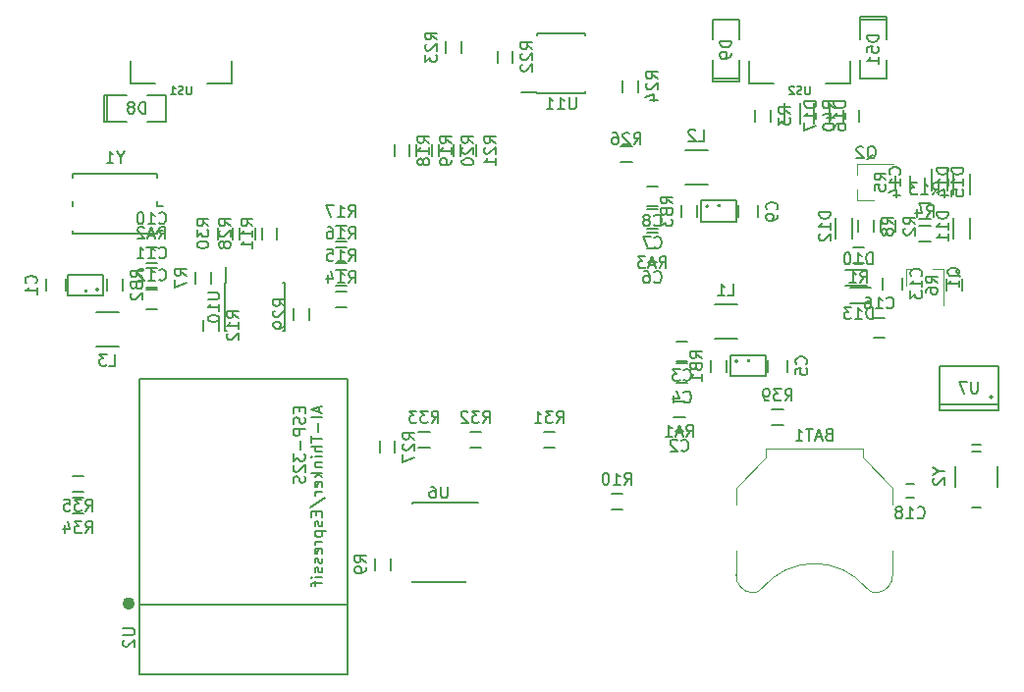
<source format=gbo>
G04 #@! TF.FileFunction,Legend,Bot*
%FSLAX46Y46*%
G04 Gerber Fmt 4.6, Leading zero omitted, Abs format (unit mm)*
G04 Created by KiCad (PCBNEW 4.0.5+dfsg1-4) date Thu May 18 23:50:24 2017*
%MOMM*%
%LPD*%
G01*
G04 APERTURE LIST*
%ADD10C,0.100000*%
%ADD11C,0.120000*%
%ADD12C,0.150000*%
%ADD13C,0.500000*%
%ADD14C,0.037500*%
G04 APERTURE END LIST*
D10*
D11*
X161075385Y-111454160D02*
G75*
G03X161990000Y-111070000I124615J984160D01*
G01*
X171904615Y-111454160D02*
G75*
G02X170990000Y-111070000I-124615J984160D01*
G01*
X161999339Y-111058671D02*
G75*
G02X170990000Y-111070000I4490661J-3711329D01*
G01*
X159740000Y-109920000D02*
G75*
G03X161190000Y-111470000I1500000J-50000D01*
G01*
X173240000Y-109920000D02*
G75*
G02X171790000Y-111470000I-1500000J-50000D01*
G01*
X159740000Y-107870000D02*
X159740000Y-109970000D01*
X173240000Y-107870000D02*
X173240000Y-109970000D01*
X173240000Y-103870000D02*
X173240000Y-102420000D01*
X173240000Y-102420000D02*
X170640000Y-99820000D01*
X170640000Y-99820000D02*
X170640000Y-99020000D01*
X170640000Y-99020000D02*
X162340000Y-99020000D01*
X162340000Y-99020000D02*
X162340000Y-99820000D01*
X162340000Y-99820000D02*
X159740000Y-102420000D01*
X159740000Y-102420000D02*
X159740000Y-103870000D01*
D12*
X170427000Y-62055000D02*
X170427000Y-61801000D01*
X170427000Y-61801000D02*
X172713000Y-61801000D01*
X172713000Y-61801000D02*
X172713000Y-62055000D01*
X170427000Y-62055000D02*
X172713000Y-62055000D01*
X172713000Y-62055000D02*
X172713000Y-63706000D01*
X170427000Y-65484000D02*
X170427000Y-67135000D01*
X170427000Y-67135000D02*
X172713000Y-67135000D01*
X172713000Y-67135000D02*
X172713000Y-65484000D01*
X170427000Y-63706000D02*
X170427000Y-62055000D01*
X157870000Y-89565000D02*
X159870000Y-89565000D01*
X159870000Y-86615000D02*
X157870000Y-86615000D01*
X159886803Y-91500000D02*
G75*
G03X159886803Y-91500000I-111803J0D01*
G01*
X159275000Y-92800000D02*
X162275000Y-92800000D01*
X162275000Y-92800000D02*
X162275000Y-91000000D01*
X162275000Y-91000000D02*
X159275000Y-91000000D01*
X159275000Y-91000000D02*
X159275000Y-92800000D01*
X155330000Y-76230000D02*
X157330000Y-76230000D01*
X157330000Y-73280000D02*
X155330000Y-73280000D01*
X157346803Y-78135000D02*
G75*
G03X157346803Y-78135000I-111803J0D01*
G01*
X156735000Y-79435000D02*
X159735000Y-79435000D01*
X159735000Y-79435000D02*
X159735000Y-77635000D01*
X159735000Y-77635000D02*
X156735000Y-77635000D01*
X156735000Y-77635000D02*
X156735000Y-79435000D01*
X106530000Y-87250000D02*
X104530000Y-87250000D01*
X104530000Y-90200000D02*
X106530000Y-90200000D01*
X104736803Y-85315000D02*
G75*
G03X104736803Y-85315000I-111803J0D01*
G01*
X105125000Y-84015000D02*
X102125000Y-84015000D01*
X102125000Y-84015000D02*
X102125000Y-85815000D01*
X102125000Y-85815000D02*
X105125000Y-85815000D01*
X105125000Y-85815000D02*
X105125000Y-84015000D01*
X100235000Y-85415000D02*
X100235000Y-84415000D01*
X101935000Y-84415000D02*
X101935000Y-85415000D01*
X155560000Y-91480000D02*
X154560000Y-91480000D01*
X154560000Y-89780000D02*
X155560000Y-89780000D01*
X155560000Y-93385000D02*
X154560000Y-93385000D01*
X154560000Y-91685000D02*
X155560000Y-91685000D01*
X164165000Y-91400000D02*
X164165000Y-92400000D01*
X162465000Y-92400000D02*
X162465000Y-91400000D01*
X153020000Y-80050000D02*
X152020000Y-80050000D01*
X152020000Y-78350000D02*
X153020000Y-78350000D01*
X153020000Y-78145000D02*
X152020000Y-78145000D01*
X152020000Y-76445000D02*
X153020000Y-76445000D01*
X161625000Y-78065000D02*
X161625000Y-79065000D01*
X159925000Y-79065000D02*
X159925000Y-78065000D01*
X108840000Y-83430000D02*
X109840000Y-83430000D01*
X109840000Y-85130000D02*
X108840000Y-85130000D01*
X108840000Y-85335000D02*
X109840000Y-85335000D01*
X109840000Y-87035000D02*
X108840000Y-87035000D01*
X105530000Y-70818000D02*
X105276000Y-70818000D01*
X105276000Y-70818000D02*
X105276000Y-68532000D01*
X105276000Y-68532000D02*
X105530000Y-68532000D01*
X105530000Y-70818000D02*
X105530000Y-68532000D01*
X105530000Y-68532000D02*
X107181000Y-68532000D01*
X108959000Y-70818000D02*
X110610000Y-70818000D01*
X110610000Y-70818000D02*
X110610000Y-68532000D01*
X110610000Y-68532000D02*
X108959000Y-68532000D01*
X107181000Y-70818000D02*
X105530000Y-70818000D01*
X160013000Y-67135000D02*
X160013000Y-67389000D01*
X160013000Y-67389000D02*
X157727000Y-67389000D01*
X157727000Y-67389000D02*
X157727000Y-67135000D01*
X160013000Y-67135000D02*
X157727000Y-67135000D01*
X157727000Y-67135000D02*
X157727000Y-65484000D01*
X160013000Y-63706000D02*
X160013000Y-62055000D01*
X160013000Y-62055000D02*
X157727000Y-62055000D01*
X157727000Y-62055000D02*
X157727000Y-63706000D01*
X160013000Y-65484000D02*
X160013000Y-67135000D01*
X181857000Y-94567000D02*
G75*
G03X181857000Y-94567000I-127000J0D01*
G01*
X182365000Y-95202000D02*
X177285000Y-95202000D01*
X182365000Y-91900000D02*
X177285000Y-91900000D01*
X182365000Y-95710000D02*
X177285000Y-95710000D01*
X182365000Y-95710000D02*
X182365000Y-91900000D01*
X177285000Y-95710000D02*
X177285000Y-91900000D01*
X174071000Y-84288000D02*
X174071000Y-85288000D01*
X172371000Y-85288000D02*
X172371000Y-84288000D01*
X169200000Y-83580000D02*
X171000000Y-83580000D01*
X169200000Y-84980000D02*
X171000000Y-84980000D01*
X178490000Y-80935000D02*
X178490000Y-79135000D01*
X179890000Y-80935000D02*
X179890000Y-79135000D01*
X177985000Y-74925000D02*
X177985000Y-76725000D01*
X176585000Y-74925000D02*
X176585000Y-76725000D01*
X168330000Y-80935000D02*
X168330000Y-79135000D01*
X169730000Y-80935000D02*
X169730000Y-79135000D01*
D11*
X174435000Y-83520000D02*
X175365000Y-83520000D01*
X177595000Y-83520000D02*
X176665000Y-83520000D01*
X177595000Y-83520000D02*
X177595000Y-86680000D01*
X174435000Y-83520000D02*
X174435000Y-84980000D01*
X170175000Y-77605000D02*
X170175000Y-76675000D01*
X170175000Y-74445000D02*
X170175000Y-75375000D01*
X170175000Y-74445000D02*
X173335000Y-74445000D01*
X170175000Y-77605000D02*
X171635000Y-77605000D01*
D12*
X154510000Y-97510000D02*
X155210000Y-97510000D01*
X155210000Y-96310000D02*
X154510000Y-96310000D01*
X152170000Y-82975000D02*
X152870000Y-82975000D01*
X152870000Y-81775000D02*
X152170000Y-81775000D01*
X109690000Y-80505000D02*
X108990000Y-80505000D01*
X108990000Y-81705000D02*
X109690000Y-81705000D01*
X174780000Y-75675000D02*
X174780000Y-76375000D01*
X175980000Y-76375000D02*
X175980000Y-75675000D01*
X170800000Y-81700000D02*
X169800000Y-81700000D01*
X169800000Y-83050000D02*
X170800000Y-83050000D01*
X172165000Y-79335000D02*
X172165000Y-80335000D01*
X173515000Y-80335000D02*
X173515000Y-79335000D01*
X175515000Y-81145000D02*
X176515000Y-81145000D01*
X176515000Y-79795000D02*
X175515000Y-79795000D01*
X174785000Y-76525000D02*
X174785000Y-75525000D01*
X173435000Y-75525000D02*
X173435000Y-76525000D01*
X179230000Y-85415000D02*
X179230000Y-84415000D01*
X177880000Y-84415000D02*
X177880000Y-85415000D01*
X114460000Y-84780000D02*
X114460000Y-83780000D01*
X113110000Y-83780000D02*
X113110000Y-84780000D01*
X170260000Y-79335000D02*
X170260000Y-80335000D01*
X171610000Y-80335000D02*
X171610000Y-79335000D01*
X129955000Y-109500000D02*
X129955000Y-108500000D01*
X128605000Y-108500000D02*
X128605000Y-109500000D01*
X148972000Y-104259000D02*
X149972000Y-104259000D01*
X149972000Y-102909000D02*
X148972000Y-102909000D01*
X175515000Y-79240000D02*
X176515000Y-79240000D01*
X176515000Y-77890000D02*
X175515000Y-77890000D01*
X155360000Y-94965000D02*
X154360000Y-94965000D01*
X154360000Y-96315000D02*
X155360000Y-96315000D01*
X108840000Y-83050000D02*
X109840000Y-83050000D01*
X109840000Y-81700000D02*
X108840000Y-81700000D01*
X153020000Y-80430000D02*
X152020000Y-80430000D01*
X152020000Y-81780000D02*
X153020000Y-81780000D01*
X158910000Y-92400000D02*
X158910000Y-91400000D01*
X157560000Y-91400000D02*
X157560000Y-92400000D01*
X105490000Y-84415000D02*
X105490000Y-85415000D01*
X106840000Y-85415000D02*
X106840000Y-84415000D01*
X156370000Y-79065000D02*
X156370000Y-78065000D01*
X155020000Y-78065000D02*
X155020000Y-79065000D01*
X125182000Y-86860000D02*
X126182000Y-86860000D01*
X126182000Y-85510000D02*
X125182000Y-85510000D01*
X125182000Y-84954000D02*
X126182000Y-84954000D01*
X126182000Y-83604000D02*
X125182000Y-83604000D01*
X125182000Y-83050000D02*
X126182000Y-83050000D01*
X126182000Y-81700000D02*
X125182000Y-81700000D01*
X125182000Y-81145000D02*
X126182000Y-81145000D01*
X126182000Y-79795000D02*
X125182000Y-79795000D01*
X130255000Y-72817000D02*
X130255000Y-73817000D01*
X131605000Y-73817000D02*
X131605000Y-72817000D01*
X132160000Y-72817000D02*
X132160000Y-73817000D01*
X133510000Y-73817000D02*
X133510000Y-72817000D01*
X134065000Y-72817000D02*
X134065000Y-73817000D01*
X135415000Y-73817000D02*
X135415000Y-72817000D01*
X135970000Y-72817000D02*
X135970000Y-73817000D01*
X137320000Y-73817000D02*
X137320000Y-72817000D01*
X115655000Y-84745000D02*
X115705000Y-84745000D01*
X115655000Y-88895000D02*
X115800000Y-88895000D01*
X120805000Y-88895000D02*
X120660000Y-88895000D01*
X120805000Y-84745000D02*
X120660000Y-84745000D01*
X115655000Y-84745000D02*
X115655000Y-88895000D01*
X120805000Y-84745000D02*
X120805000Y-88895000D01*
X115705000Y-84745000D02*
X115705000Y-83345000D01*
X174395000Y-103295000D02*
X175095000Y-103295000D01*
X175095000Y-102095000D02*
X174395000Y-102095000D01*
X142605000Y-68375000D02*
X142605000Y-68325000D01*
X146755000Y-68375000D02*
X146755000Y-68230000D01*
X146755000Y-63225000D02*
X146755000Y-63370000D01*
X142605000Y-63225000D02*
X142605000Y-63370000D01*
X142605000Y-68375000D02*
X146755000Y-68375000D01*
X142605000Y-63225000D02*
X146755000Y-63225000D01*
X142605000Y-68325000D02*
X141205000Y-68325000D01*
X171400000Y-86504000D02*
X169600000Y-86504000D01*
X171400000Y-85104000D02*
X169600000Y-85104000D01*
X178490000Y-77125000D02*
X178490000Y-75325000D01*
X179890000Y-77125000D02*
X179890000Y-75325000D01*
D13*
X107638415Y-112384338D02*
G75*
G03X107638415Y-112384338I-283981J0D01*
G01*
D12*
X126260434Y-112530338D02*
X108260434Y-112530338D01*
X108260434Y-118530338D02*
X108260434Y-93030338D01*
X126260434Y-118530338D02*
X126260434Y-93030338D01*
X126260434Y-93030338D02*
X108260434Y-93030338D01*
X126260434Y-118530338D02*
X108260434Y-118530338D01*
X167825000Y-69210000D02*
X167825000Y-71010000D01*
X166425000Y-69210000D02*
X166425000Y-71010000D01*
X165285000Y-69210000D02*
X165285000Y-71010000D01*
X163885000Y-69210000D02*
X163885000Y-71010000D01*
X161370000Y-69810000D02*
X161370000Y-70810000D01*
X162720000Y-70810000D02*
X162720000Y-69810000D01*
X139145000Y-64730000D02*
X139145000Y-65730000D01*
X140495000Y-65730000D02*
X140495000Y-64730000D01*
X136050000Y-64900000D02*
X136050000Y-63900000D01*
X134700000Y-63900000D02*
X134700000Y-64900000D01*
X149940000Y-67270000D02*
X149940000Y-68270000D01*
X151290000Y-68270000D02*
X151290000Y-67270000D01*
X149780000Y-74275000D02*
X150780000Y-74275000D01*
X150780000Y-72925000D02*
X149780000Y-72925000D01*
X131780000Y-103690000D02*
X131780000Y-103790000D01*
X131780000Y-110515000D02*
X131780000Y-110490000D01*
X136430000Y-110515000D02*
X136430000Y-110490000D01*
X137505000Y-103690000D02*
X131780000Y-103690000D01*
X136430000Y-110515000D02*
X131780000Y-110515000D01*
X120175000Y-80970000D02*
X120175000Y-79970000D01*
X118825000Y-79970000D02*
X118825000Y-80970000D01*
X113805000Y-87900000D02*
X113805000Y-88900000D01*
X115155000Y-88900000D02*
X115155000Y-87900000D01*
X128985000Y-98385000D02*
X128985000Y-99385000D01*
X130335000Y-99385000D02*
X130335000Y-98385000D01*
X118270000Y-80970000D02*
X118270000Y-79970000D01*
X116920000Y-79970000D02*
X116920000Y-80970000D01*
X122955000Y-87900000D02*
X122955000Y-86900000D01*
X121605000Y-86900000D02*
X121605000Y-87900000D01*
X116365000Y-80970000D02*
X116365000Y-79970000D01*
X115015000Y-79970000D02*
X115015000Y-80970000D01*
X143130000Y-98925000D02*
X144130000Y-98925000D01*
X144130000Y-97575000D02*
X143130000Y-97575000D01*
X136780000Y-98925000D02*
X137780000Y-98925000D01*
X137780000Y-97575000D02*
X136780000Y-97575000D01*
X132335000Y-98925000D02*
X133335000Y-98925000D01*
X133335000Y-97575000D02*
X132335000Y-97575000D01*
X103490000Y-103290000D02*
X102490000Y-103290000D01*
X102490000Y-104640000D02*
X103490000Y-104640000D01*
X180079000Y-99266000D02*
X180841000Y-99266000D01*
X182260000Y-100525000D02*
X182260000Y-102325000D01*
X180860000Y-104125000D02*
X180060000Y-104125000D01*
X178660000Y-102325000D02*
X178660000Y-100525000D01*
X180060000Y-98725000D02*
X180860000Y-98725000D01*
X109765000Y-80230000D02*
X110315000Y-80230000D01*
X102565000Y-80530000D02*
X102565000Y-80230000D01*
X102565000Y-75330000D02*
X102565000Y-75630000D01*
X109765000Y-75330000D02*
X109765000Y-75630000D01*
X109765000Y-80530000D02*
X109765000Y-80230000D01*
X109765000Y-80530000D02*
X102565000Y-80530000D01*
X109765000Y-78130000D02*
X110315000Y-78130000D01*
X109765000Y-75330000D02*
X102565000Y-75330000D01*
X102565000Y-78130000D02*
X102565000Y-77730000D01*
X109765000Y-78130000D02*
X109765000Y-77730000D01*
X103490000Y-101385000D02*
X102490000Y-101385000D01*
X102490000Y-102735000D02*
X103490000Y-102735000D01*
X107480000Y-65560000D02*
X107480000Y-67560000D01*
X107480000Y-67560000D02*
X109630000Y-67560000D01*
X114130000Y-67560000D02*
X116280000Y-67560000D01*
X116280000Y-67560000D02*
X116280000Y-65610000D01*
X160820000Y-65560000D02*
X160820000Y-67560000D01*
X160820000Y-67560000D02*
X162970000Y-67560000D01*
X167470000Y-67560000D02*
X169620000Y-67560000D01*
X169620000Y-67560000D02*
X169620000Y-65610000D01*
X171580000Y-87750000D02*
X172580000Y-87750000D01*
X172580000Y-89450000D02*
X171580000Y-89450000D01*
X162815000Y-97020000D02*
X163815000Y-97020000D01*
X163815000Y-95670000D02*
X162815000Y-95670000D01*
X170340000Y-70810000D02*
X170340000Y-69810000D01*
X168990000Y-69810000D02*
X168990000Y-70810000D01*
X167704285Y-97798571D02*
X167561428Y-97846190D01*
X167513809Y-97893810D01*
X167466190Y-97989048D01*
X167466190Y-98131905D01*
X167513809Y-98227143D01*
X167561428Y-98274762D01*
X167656666Y-98322381D01*
X168037619Y-98322381D01*
X168037619Y-97322381D01*
X167704285Y-97322381D01*
X167609047Y-97370000D01*
X167561428Y-97417619D01*
X167513809Y-97512857D01*
X167513809Y-97608095D01*
X167561428Y-97703333D01*
X167609047Y-97750952D01*
X167704285Y-97798571D01*
X168037619Y-97798571D01*
X167085238Y-98036667D02*
X166609047Y-98036667D01*
X167180476Y-98322381D02*
X166847143Y-97322381D01*
X166513809Y-98322381D01*
X166323333Y-97322381D02*
X165751904Y-97322381D01*
X166037619Y-98322381D02*
X166037619Y-97322381D01*
X164894761Y-98322381D02*
X165466190Y-98322381D01*
X165180476Y-98322381D02*
X165180476Y-97322381D01*
X165275714Y-97465238D01*
X165370952Y-97560476D01*
X165466190Y-97608095D01*
X172022381Y-63380714D02*
X171022381Y-63380714D01*
X171022381Y-63618809D01*
X171070000Y-63761667D01*
X171165238Y-63856905D01*
X171260476Y-63904524D01*
X171450952Y-63952143D01*
X171593810Y-63952143D01*
X171784286Y-63904524D01*
X171879524Y-63856905D01*
X171974762Y-63761667D01*
X172022381Y-63618809D01*
X172022381Y-63380714D01*
X171022381Y-64856905D02*
X171022381Y-64380714D01*
X171498571Y-64333095D01*
X171450952Y-64380714D01*
X171403333Y-64475952D01*
X171403333Y-64714048D01*
X171450952Y-64809286D01*
X171498571Y-64856905D01*
X171593810Y-64904524D01*
X171831905Y-64904524D01*
X171927143Y-64856905D01*
X171974762Y-64809286D01*
X172022381Y-64714048D01*
X172022381Y-64475952D01*
X171974762Y-64380714D01*
X171927143Y-64333095D01*
X172022381Y-65856905D02*
X172022381Y-65285476D01*
X172022381Y-65571190D02*
X171022381Y-65571190D01*
X171165238Y-65475952D01*
X171260476Y-65380714D01*
X171308095Y-65285476D01*
X159036666Y-85842381D02*
X159512857Y-85842381D01*
X159512857Y-84842381D01*
X158179523Y-85842381D02*
X158750952Y-85842381D01*
X158465238Y-85842381D02*
X158465238Y-84842381D01*
X158560476Y-84985238D01*
X158655714Y-85080476D01*
X158750952Y-85128095D01*
D14*
X160889286Y-91317857D02*
X160889286Y-91439286D01*
X160882143Y-91453571D01*
X160875000Y-91460714D01*
X160860714Y-91467857D01*
X160832143Y-91467857D01*
X160817857Y-91460714D01*
X160810714Y-91453571D01*
X160803571Y-91439286D01*
X160803571Y-91317857D01*
X160746428Y-91317857D02*
X160653571Y-91317857D01*
X160703571Y-91375000D01*
X160682143Y-91375000D01*
X160667857Y-91382143D01*
X160660714Y-91389286D01*
X160653571Y-91403571D01*
X160653571Y-91439286D01*
X160660714Y-91453571D01*
X160667857Y-91460714D01*
X160682143Y-91467857D01*
X160725000Y-91467857D01*
X160739286Y-91460714D01*
X160746428Y-91453571D01*
D12*
X156496666Y-72507381D02*
X156972857Y-72507381D01*
X156972857Y-71507381D01*
X156210952Y-71602619D02*
X156163333Y-71555000D01*
X156068095Y-71507381D01*
X155829999Y-71507381D01*
X155734761Y-71555000D01*
X155687142Y-71602619D01*
X155639523Y-71697857D01*
X155639523Y-71793095D01*
X155687142Y-71935952D01*
X156258571Y-72507381D01*
X155639523Y-72507381D01*
D14*
X158349286Y-77952857D02*
X158349286Y-78074286D01*
X158342143Y-78088571D01*
X158335000Y-78095714D01*
X158320714Y-78102857D01*
X158292143Y-78102857D01*
X158277857Y-78095714D01*
X158270714Y-78088571D01*
X158263571Y-78074286D01*
X158263571Y-77952857D01*
X158127857Y-78002857D02*
X158127857Y-78102857D01*
X158163571Y-77945714D02*
X158199286Y-78052857D01*
X158106428Y-78052857D01*
D12*
X105696666Y-91877381D02*
X106172857Y-91877381D01*
X106172857Y-90877381D01*
X105458571Y-90877381D02*
X104839523Y-90877381D01*
X105172857Y-91258333D01*
X105029999Y-91258333D01*
X104934761Y-91305952D01*
X104887142Y-91353571D01*
X104839523Y-91448810D01*
X104839523Y-91686905D01*
X104887142Y-91782143D01*
X104934761Y-91829762D01*
X105029999Y-91877381D01*
X105315714Y-91877381D01*
X105410952Y-91829762D01*
X105458571Y-91782143D01*
D14*
X103739286Y-85332857D02*
X103739286Y-85454286D01*
X103732143Y-85468571D01*
X103725000Y-85475714D01*
X103710714Y-85482857D01*
X103682143Y-85482857D01*
X103667857Y-85475714D01*
X103660714Y-85468571D01*
X103653571Y-85454286D01*
X103653571Y-85332857D01*
X103510714Y-85332857D02*
X103582143Y-85332857D01*
X103589286Y-85404286D01*
X103582143Y-85397143D01*
X103567857Y-85390000D01*
X103532143Y-85390000D01*
X103517857Y-85397143D01*
X103510714Y-85404286D01*
X103503571Y-85418571D01*
X103503571Y-85454286D01*
X103510714Y-85468571D01*
X103517857Y-85475714D01*
X103532143Y-85482857D01*
X103567857Y-85482857D01*
X103582143Y-85475714D01*
X103589286Y-85468571D01*
D12*
X99342143Y-84748334D02*
X99389762Y-84700715D01*
X99437381Y-84557858D01*
X99437381Y-84462620D01*
X99389762Y-84319762D01*
X99294524Y-84224524D01*
X99199286Y-84176905D01*
X99008810Y-84129286D01*
X98865952Y-84129286D01*
X98675476Y-84176905D01*
X98580238Y-84224524D01*
X98485000Y-84319762D01*
X98437381Y-84462620D01*
X98437381Y-84557858D01*
X98485000Y-84700715D01*
X98532619Y-84748334D01*
X99437381Y-85700715D02*
X99437381Y-85129286D01*
X99437381Y-85415000D02*
X98437381Y-85415000D01*
X98580238Y-85319762D01*
X98675476Y-85224524D01*
X98723095Y-85129286D01*
X155226666Y-93087143D02*
X155274285Y-93134762D01*
X155417142Y-93182381D01*
X155512380Y-93182381D01*
X155655238Y-93134762D01*
X155750476Y-93039524D01*
X155798095Y-92944286D01*
X155845714Y-92753810D01*
X155845714Y-92610952D01*
X155798095Y-92420476D01*
X155750476Y-92325238D01*
X155655238Y-92230000D01*
X155512380Y-92182381D01*
X155417142Y-92182381D01*
X155274285Y-92230000D01*
X155226666Y-92277619D01*
X154893333Y-92182381D02*
X154274285Y-92182381D01*
X154607619Y-92563333D01*
X154464761Y-92563333D01*
X154369523Y-92610952D01*
X154321904Y-92658571D01*
X154274285Y-92753810D01*
X154274285Y-92991905D01*
X154321904Y-93087143D01*
X154369523Y-93134762D01*
X154464761Y-93182381D01*
X154750476Y-93182381D01*
X154845714Y-93134762D01*
X154893333Y-93087143D01*
X155226666Y-94992143D02*
X155274285Y-95039762D01*
X155417142Y-95087381D01*
X155512380Y-95087381D01*
X155655238Y-95039762D01*
X155750476Y-94944524D01*
X155798095Y-94849286D01*
X155845714Y-94658810D01*
X155845714Y-94515952D01*
X155798095Y-94325476D01*
X155750476Y-94230238D01*
X155655238Y-94135000D01*
X155512380Y-94087381D01*
X155417142Y-94087381D01*
X155274285Y-94135000D01*
X155226666Y-94182619D01*
X154369523Y-94420714D02*
X154369523Y-95087381D01*
X154607619Y-94039762D02*
X154845714Y-94754048D01*
X154226666Y-94754048D01*
X165772143Y-91733334D02*
X165819762Y-91685715D01*
X165867381Y-91542858D01*
X165867381Y-91447620D01*
X165819762Y-91304762D01*
X165724524Y-91209524D01*
X165629286Y-91161905D01*
X165438810Y-91114286D01*
X165295952Y-91114286D01*
X165105476Y-91161905D01*
X165010238Y-91209524D01*
X164915000Y-91304762D01*
X164867381Y-91447620D01*
X164867381Y-91542858D01*
X164915000Y-91685715D01*
X164962619Y-91733334D01*
X164867381Y-92638096D02*
X164867381Y-92161905D01*
X165343571Y-92114286D01*
X165295952Y-92161905D01*
X165248333Y-92257143D01*
X165248333Y-92495239D01*
X165295952Y-92590477D01*
X165343571Y-92638096D01*
X165438810Y-92685715D01*
X165676905Y-92685715D01*
X165772143Y-92638096D01*
X165819762Y-92590477D01*
X165867381Y-92495239D01*
X165867381Y-92257143D01*
X165819762Y-92161905D01*
X165772143Y-92114286D01*
X152686666Y-81657143D02*
X152734285Y-81704762D01*
X152877142Y-81752381D01*
X152972380Y-81752381D01*
X153115238Y-81704762D01*
X153210476Y-81609524D01*
X153258095Y-81514286D01*
X153305714Y-81323810D01*
X153305714Y-81180952D01*
X153258095Y-80990476D01*
X153210476Y-80895238D01*
X153115238Y-80800000D01*
X152972380Y-80752381D01*
X152877142Y-80752381D01*
X152734285Y-80800000D01*
X152686666Y-80847619D01*
X152353333Y-80752381D02*
X151686666Y-80752381D01*
X152115238Y-81752381D01*
X152686666Y-79752143D02*
X152734285Y-79799762D01*
X152877142Y-79847381D01*
X152972380Y-79847381D01*
X153115238Y-79799762D01*
X153210476Y-79704524D01*
X153258095Y-79609286D01*
X153305714Y-79418810D01*
X153305714Y-79275952D01*
X153258095Y-79085476D01*
X153210476Y-78990238D01*
X153115238Y-78895000D01*
X152972380Y-78847381D01*
X152877142Y-78847381D01*
X152734285Y-78895000D01*
X152686666Y-78942619D01*
X152115238Y-79275952D02*
X152210476Y-79228333D01*
X152258095Y-79180714D01*
X152305714Y-79085476D01*
X152305714Y-79037857D01*
X152258095Y-78942619D01*
X152210476Y-78895000D01*
X152115238Y-78847381D01*
X151924761Y-78847381D01*
X151829523Y-78895000D01*
X151781904Y-78942619D01*
X151734285Y-79037857D01*
X151734285Y-79085476D01*
X151781904Y-79180714D01*
X151829523Y-79228333D01*
X151924761Y-79275952D01*
X152115238Y-79275952D01*
X152210476Y-79323571D01*
X152258095Y-79371190D01*
X152305714Y-79466429D01*
X152305714Y-79656905D01*
X152258095Y-79752143D01*
X152210476Y-79799762D01*
X152115238Y-79847381D01*
X151924761Y-79847381D01*
X151829523Y-79799762D01*
X151781904Y-79752143D01*
X151734285Y-79656905D01*
X151734285Y-79466429D01*
X151781904Y-79371190D01*
X151829523Y-79323571D01*
X151924761Y-79275952D01*
X163232143Y-78398334D02*
X163279762Y-78350715D01*
X163327381Y-78207858D01*
X163327381Y-78112620D01*
X163279762Y-77969762D01*
X163184524Y-77874524D01*
X163089286Y-77826905D01*
X162898810Y-77779286D01*
X162755952Y-77779286D01*
X162565476Y-77826905D01*
X162470238Y-77874524D01*
X162375000Y-77969762D01*
X162327381Y-78112620D01*
X162327381Y-78207858D01*
X162375000Y-78350715D01*
X162422619Y-78398334D01*
X163327381Y-78874524D02*
X163327381Y-79065000D01*
X163279762Y-79160239D01*
X163232143Y-79207858D01*
X163089286Y-79303096D01*
X162898810Y-79350715D01*
X162517857Y-79350715D01*
X162422619Y-79303096D01*
X162375000Y-79255477D01*
X162327381Y-79160239D01*
X162327381Y-78969762D01*
X162375000Y-78874524D01*
X162422619Y-78826905D01*
X162517857Y-78779286D01*
X162755952Y-78779286D01*
X162851190Y-78826905D01*
X162898810Y-78874524D01*
X162946429Y-78969762D01*
X162946429Y-79160239D01*
X162898810Y-79255477D01*
X162851190Y-79303096D01*
X162755952Y-79350715D01*
X109982857Y-82537143D02*
X110030476Y-82584762D01*
X110173333Y-82632381D01*
X110268571Y-82632381D01*
X110411429Y-82584762D01*
X110506667Y-82489524D01*
X110554286Y-82394286D01*
X110601905Y-82203810D01*
X110601905Y-82060952D01*
X110554286Y-81870476D01*
X110506667Y-81775238D01*
X110411429Y-81680000D01*
X110268571Y-81632381D01*
X110173333Y-81632381D01*
X110030476Y-81680000D01*
X109982857Y-81727619D01*
X109030476Y-82632381D02*
X109601905Y-82632381D01*
X109316191Y-82632381D02*
X109316191Y-81632381D01*
X109411429Y-81775238D01*
X109506667Y-81870476D01*
X109601905Y-81918095D01*
X108078095Y-82632381D02*
X108649524Y-82632381D01*
X108363810Y-82632381D02*
X108363810Y-81632381D01*
X108459048Y-81775238D01*
X108554286Y-81870476D01*
X108649524Y-81918095D01*
X109982857Y-84442143D02*
X110030476Y-84489762D01*
X110173333Y-84537381D01*
X110268571Y-84537381D01*
X110411429Y-84489762D01*
X110506667Y-84394524D01*
X110554286Y-84299286D01*
X110601905Y-84108810D01*
X110601905Y-83965952D01*
X110554286Y-83775476D01*
X110506667Y-83680238D01*
X110411429Y-83585000D01*
X110268571Y-83537381D01*
X110173333Y-83537381D01*
X110030476Y-83585000D01*
X109982857Y-83632619D01*
X109030476Y-84537381D02*
X109601905Y-84537381D01*
X109316191Y-84537381D02*
X109316191Y-83537381D01*
X109411429Y-83680238D01*
X109506667Y-83775476D01*
X109601905Y-83823095D01*
X108649524Y-83632619D02*
X108601905Y-83585000D01*
X108506667Y-83537381D01*
X108268571Y-83537381D01*
X108173333Y-83585000D01*
X108125714Y-83632619D01*
X108078095Y-83727857D01*
X108078095Y-83823095D01*
X108125714Y-83965952D01*
X108697143Y-84537381D01*
X108078095Y-84537381D01*
X108808095Y-70127381D02*
X108808095Y-69127381D01*
X108570000Y-69127381D01*
X108427142Y-69175000D01*
X108331904Y-69270238D01*
X108284285Y-69365476D01*
X108236666Y-69555952D01*
X108236666Y-69698810D01*
X108284285Y-69889286D01*
X108331904Y-69984524D01*
X108427142Y-70079762D01*
X108570000Y-70127381D01*
X108808095Y-70127381D01*
X107665238Y-69555952D02*
X107760476Y-69508333D01*
X107808095Y-69460714D01*
X107855714Y-69365476D01*
X107855714Y-69317857D01*
X107808095Y-69222619D01*
X107760476Y-69175000D01*
X107665238Y-69127381D01*
X107474761Y-69127381D01*
X107379523Y-69175000D01*
X107331904Y-69222619D01*
X107284285Y-69317857D01*
X107284285Y-69365476D01*
X107331904Y-69460714D01*
X107379523Y-69508333D01*
X107474761Y-69555952D01*
X107665238Y-69555952D01*
X107760476Y-69603571D01*
X107808095Y-69651190D01*
X107855714Y-69746429D01*
X107855714Y-69936905D01*
X107808095Y-70032143D01*
X107760476Y-70079762D01*
X107665238Y-70127381D01*
X107474761Y-70127381D01*
X107379523Y-70079762D01*
X107331904Y-70032143D01*
X107284285Y-69936905D01*
X107284285Y-69746429D01*
X107331904Y-69651190D01*
X107379523Y-69603571D01*
X107474761Y-69555952D01*
X159322381Y-63856905D02*
X158322381Y-63856905D01*
X158322381Y-64095000D01*
X158370000Y-64237858D01*
X158465238Y-64333096D01*
X158560476Y-64380715D01*
X158750952Y-64428334D01*
X158893810Y-64428334D01*
X159084286Y-64380715D01*
X159179524Y-64333096D01*
X159274762Y-64237858D01*
X159322381Y-64095000D01*
X159322381Y-63856905D01*
X159322381Y-64904524D02*
X159322381Y-65095000D01*
X159274762Y-65190239D01*
X159227143Y-65237858D01*
X159084286Y-65333096D01*
X158893810Y-65380715D01*
X158512857Y-65380715D01*
X158417619Y-65333096D01*
X158370000Y-65285477D01*
X158322381Y-65190239D01*
X158322381Y-64999762D01*
X158370000Y-64904524D01*
X158417619Y-64856905D01*
X158512857Y-64809286D01*
X158750952Y-64809286D01*
X158846190Y-64856905D01*
X158893810Y-64904524D01*
X158941429Y-64999762D01*
X158941429Y-65190239D01*
X158893810Y-65285477D01*
X158846190Y-65333096D01*
X158750952Y-65380715D01*
X180586905Y-93257381D02*
X180586905Y-94066905D01*
X180539286Y-94162143D01*
X180491667Y-94209762D01*
X180396429Y-94257381D01*
X180205952Y-94257381D01*
X180110714Y-94209762D01*
X180063095Y-94162143D01*
X180015476Y-94066905D01*
X180015476Y-93257381D01*
X179634524Y-93257381D02*
X178967857Y-93257381D01*
X179396429Y-94257381D01*
X175678143Y-84145143D02*
X175725762Y-84097524D01*
X175773381Y-83954667D01*
X175773381Y-83859429D01*
X175725762Y-83716571D01*
X175630524Y-83621333D01*
X175535286Y-83573714D01*
X175344810Y-83526095D01*
X175201952Y-83526095D01*
X175011476Y-83573714D01*
X174916238Y-83621333D01*
X174821000Y-83716571D01*
X174773381Y-83859429D01*
X174773381Y-83954667D01*
X174821000Y-84097524D01*
X174868619Y-84145143D01*
X175773381Y-85097524D02*
X175773381Y-84526095D01*
X175773381Y-84811809D02*
X174773381Y-84811809D01*
X174916238Y-84716571D01*
X175011476Y-84621333D01*
X175059095Y-84526095D01*
X174773381Y-85430857D02*
X174773381Y-86049905D01*
X175154333Y-85716571D01*
X175154333Y-85859429D01*
X175201952Y-85954667D01*
X175249571Y-86002286D01*
X175344810Y-86049905D01*
X175582905Y-86049905D01*
X175678143Y-86002286D01*
X175725762Y-85954667D01*
X175773381Y-85859429D01*
X175773381Y-85573714D01*
X175725762Y-85478476D01*
X175678143Y-85430857D01*
X171514286Y-83132381D02*
X171514286Y-82132381D01*
X171276191Y-82132381D01*
X171133333Y-82180000D01*
X171038095Y-82275238D01*
X170990476Y-82370476D01*
X170942857Y-82560952D01*
X170942857Y-82703810D01*
X170990476Y-82894286D01*
X171038095Y-82989524D01*
X171133333Y-83084762D01*
X171276191Y-83132381D01*
X171514286Y-83132381D01*
X169990476Y-83132381D02*
X170561905Y-83132381D01*
X170276191Y-83132381D02*
X170276191Y-82132381D01*
X170371429Y-82275238D01*
X170466667Y-82370476D01*
X170561905Y-82418095D01*
X169371429Y-82132381D02*
X169276190Y-82132381D01*
X169180952Y-82180000D01*
X169133333Y-82227619D01*
X169085714Y-82322857D01*
X169038095Y-82513333D01*
X169038095Y-82751429D01*
X169085714Y-82941905D01*
X169133333Y-83037143D01*
X169180952Y-83084762D01*
X169276190Y-83132381D01*
X169371429Y-83132381D01*
X169466667Y-83084762D01*
X169514286Y-83037143D01*
X169561905Y-82941905D01*
X169609524Y-82751429D01*
X169609524Y-82513333D01*
X169561905Y-82322857D01*
X169514286Y-82227619D01*
X169466667Y-82180000D01*
X169371429Y-82132381D01*
X178042381Y-78620714D02*
X177042381Y-78620714D01*
X177042381Y-78858809D01*
X177090000Y-79001667D01*
X177185238Y-79096905D01*
X177280476Y-79144524D01*
X177470952Y-79192143D01*
X177613810Y-79192143D01*
X177804286Y-79144524D01*
X177899524Y-79096905D01*
X177994762Y-79001667D01*
X178042381Y-78858809D01*
X178042381Y-78620714D01*
X178042381Y-80144524D02*
X178042381Y-79573095D01*
X178042381Y-79858809D02*
X177042381Y-79858809D01*
X177185238Y-79763571D01*
X177280476Y-79668333D01*
X177328095Y-79573095D01*
X178042381Y-81096905D02*
X178042381Y-80525476D01*
X178042381Y-80811190D02*
X177042381Y-80811190D01*
X177185238Y-80715952D01*
X177280476Y-80620714D01*
X177328095Y-80525476D01*
X179337381Y-74810714D02*
X178337381Y-74810714D01*
X178337381Y-75048809D01*
X178385000Y-75191667D01*
X178480238Y-75286905D01*
X178575476Y-75334524D01*
X178765952Y-75382143D01*
X178908810Y-75382143D01*
X179099286Y-75334524D01*
X179194524Y-75286905D01*
X179289762Y-75191667D01*
X179337381Y-75048809D01*
X179337381Y-74810714D01*
X179337381Y-76334524D02*
X179337381Y-75763095D01*
X179337381Y-76048809D02*
X178337381Y-76048809D01*
X178480238Y-75953571D01*
X178575476Y-75858333D01*
X178623095Y-75763095D01*
X178337381Y-77239286D02*
X178337381Y-76763095D01*
X178813571Y-76715476D01*
X178765952Y-76763095D01*
X178718333Y-76858333D01*
X178718333Y-77096429D01*
X178765952Y-77191667D01*
X178813571Y-77239286D01*
X178908810Y-77286905D01*
X179146905Y-77286905D01*
X179242143Y-77239286D01*
X179289762Y-77191667D01*
X179337381Y-77096429D01*
X179337381Y-76858333D01*
X179289762Y-76763095D01*
X179242143Y-76715476D01*
X167882381Y-78620714D02*
X166882381Y-78620714D01*
X166882381Y-78858809D01*
X166930000Y-79001667D01*
X167025238Y-79096905D01*
X167120476Y-79144524D01*
X167310952Y-79192143D01*
X167453810Y-79192143D01*
X167644286Y-79144524D01*
X167739524Y-79096905D01*
X167834762Y-79001667D01*
X167882381Y-78858809D01*
X167882381Y-78620714D01*
X167882381Y-80144524D02*
X167882381Y-79573095D01*
X167882381Y-79858809D02*
X166882381Y-79858809D01*
X167025238Y-79763571D01*
X167120476Y-79668333D01*
X167168095Y-79573095D01*
X166977619Y-80525476D02*
X166930000Y-80573095D01*
X166882381Y-80668333D01*
X166882381Y-80906429D01*
X166930000Y-81001667D01*
X166977619Y-81049286D01*
X167072857Y-81096905D01*
X167168095Y-81096905D01*
X167310952Y-81049286D01*
X167882381Y-80477857D01*
X167882381Y-81096905D01*
X179062619Y-84184762D02*
X179015000Y-84089524D01*
X178919762Y-83994286D01*
X178776905Y-83851429D01*
X178729286Y-83756190D01*
X178729286Y-83660952D01*
X178967381Y-83708571D02*
X178919762Y-83613333D01*
X178824524Y-83518095D01*
X178634048Y-83470476D01*
X178300714Y-83470476D01*
X178110238Y-83518095D01*
X178015000Y-83613333D01*
X177967381Y-83708571D01*
X177967381Y-83899048D01*
X178015000Y-83994286D01*
X178110238Y-84089524D01*
X178300714Y-84137143D01*
X178634048Y-84137143D01*
X178824524Y-84089524D01*
X178919762Y-83994286D01*
X178967381Y-83899048D01*
X178967381Y-83708571D01*
X178967381Y-85089524D02*
X178967381Y-84518095D01*
X178967381Y-84803809D02*
X177967381Y-84803809D01*
X178110238Y-84708571D01*
X178205476Y-84613333D01*
X178253095Y-84518095D01*
X171030238Y-74072619D02*
X171125476Y-74025000D01*
X171220714Y-73929762D01*
X171363571Y-73786905D01*
X171458810Y-73739286D01*
X171554048Y-73739286D01*
X171506429Y-73977381D02*
X171601667Y-73929762D01*
X171696905Y-73834524D01*
X171744524Y-73644048D01*
X171744524Y-73310714D01*
X171696905Y-73120238D01*
X171601667Y-73025000D01*
X171506429Y-72977381D01*
X171315952Y-72977381D01*
X171220714Y-73025000D01*
X171125476Y-73120238D01*
X171077857Y-73310714D01*
X171077857Y-73644048D01*
X171125476Y-73834524D01*
X171220714Y-73929762D01*
X171315952Y-73977381D01*
X171506429Y-73977381D01*
X170696905Y-73072619D02*
X170649286Y-73025000D01*
X170554048Y-72977381D01*
X170315952Y-72977381D01*
X170220714Y-73025000D01*
X170173095Y-73072619D01*
X170125476Y-73167857D01*
X170125476Y-73263095D01*
X170173095Y-73405952D01*
X170744524Y-73977381D01*
X170125476Y-73977381D01*
X155026666Y-99167143D02*
X155074285Y-99214762D01*
X155217142Y-99262381D01*
X155312380Y-99262381D01*
X155455238Y-99214762D01*
X155550476Y-99119524D01*
X155598095Y-99024286D01*
X155645714Y-98833810D01*
X155645714Y-98690952D01*
X155598095Y-98500476D01*
X155550476Y-98405238D01*
X155455238Y-98310000D01*
X155312380Y-98262381D01*
X155217142Y-98262381D01*
X155074285Y-98310000D01*
X155026666Y-98357619D01*
X154645714Y-98357619D02*
X154598095Y-98310000D01*
X154502857Y-98262381D01*
X154264761Y-98262381D01*
X154169523Y-98310000D01*
X154121904Y-98357619D01*
X154074285Y-98452857D01*
X154074285Y-98548095D01*
X154121904Y-98690952D01*
X154693333Y-99262381D01*
X154074285Y-99262381D01*
X152686666Y-84632143D02*
X152734285Y-84679762D01*
X152877142Y-84727381D01*
X152972380Y-84727381D01*
X153115238Y-84679762D01*
X153210476Y-84584524D01*
X153258095Y-84489286D01*
X153305714Y-84298810D01*
X153305714Y-84155952D01*
X153258095Y-83965476D01*
X153210476Y-83870238D01*
X153115238Y-83775000D01*
X152972380Y-83727381D01*
X152877142Y-83727381D01*
X152734285Y-83775000D01*
X152686666Y-83822619D01*
X151829523Y-83727381D02*
X152020000Y-83727381D01*
X152115238Y-83775000D01*
X152162857Y-83822619D01*
X152258095Y-83965476D01*
X152305714Y-84155952D01*
X152305714Y-84536905D01*
X152258095Y-84632143D01*
X152210476Y-84679762D01*
X152115238Y-84727381D01*
X151924761Y-84727381D01*
X151829523Y-84679762D01*
X151781904Y-84632143D01*
X151734285Y-84536905D01*
X151734285Y-84298810D01*
X151781904Y-84203571D01*
X151829523Y-84155952D01*
X151924761Y-84108333D01*
X152115238Y-84108333D01*
X152210476Y-84155952D01*
X152258095Y-84203571D01*
X152305714Y-84298810D01*
X109982857Y-79562143D02*
X110030476Y-79609762D01*
X110173333Y-79657381D01*
X110268571Y-79657381D01*
X110411429Y-79609762D01*
X110506667Y-79514524D01*
X110554286Y-79419286D01*
X110601905Y-79228810D01*
X110601905Y-79085952D01*
X110554286Y-78895476D01*
X110506667Y-78800238D01*
X110411429Y-78705000D01*
X110268571Y-78657381D01*
X110173333Y-78657381D01*
X110030476Y-78705000D01*
X109982857Y-78752619D01*
X109030476Y-79657381D02*
X109601905Y-79657381D01*
X109316191Y-79657381D02*
X109316191Y-78657381D01*
X109411429Y-78800238D01*
X109506667Y-78895476D01*
X109601905Y-78943095D01*
X108411429Y-78657381D02*
X108316190Y-78657381D01*
X108220952Y-78705000D01*
X108173333Y-78752619D01*
X108125714Y-78847857D01*
X108078095Y-79038333D01*
X108078095Y-79276429D01*
X108125714Y-79466905D01*
X108173333Y-79562143D01*
X108220952Y-79609762D01*
X108316190Y-79657381D01*
X108411429Y-79657381D01*
X108506667Y-79609762D01*
X108554286Y-79562143D01*
X108601905Y-79466905D01*
X108649524Y-79276429D01*
X108649524Y-79038333D01*
X108601905Y-78847857D01*
X108554286Y-78752619D01*
X108506667Y-78705000D01*
X108411429Y-78657381D01*
X173837143Y-75382143D02*
X173884762Y-75334524D01*
X173932381Y-75191667D01*
X173932381Y-75096429D01*
X173884762Y-74953571D01*
X173789524Y-74858333D01*
X173694286Y-74810714D01*
X173503810Y-74763095D01*
X173360952Y-74763095D01*
X173170476Y-74810714D01*
X173075238Y-74858333D01*
X172980000Y-74953571D01*
X172932381Y-75096429D01*
X172932381Y-75191667D01*
X172980000Y-75334524D01*
X173027619Y-75382143D01*
X173932381Y-76334524D02*
X173932381Y-75763095D01*
X173932381Y-76048809D02*
X172932381Y-76048809D01*
X173075238Y-75953571D01*
X173170476Y-75858333D01*
X173218095Y-75763095D01*
X173265714Y-77191667D02*
X173932381Y-77191667D01*
X172884762Y-76953571D02*
X173599048Y-76715476D01*
X173599048Y-77334524D01*
X170466666Y-84727381D02*
X170800000Y-84251190D01*
X171038095Y-84727381D02*
X171038095Y-83727381D01*
X170657142Y-83727381D01*
X170561904Y-83775000D01*
X170514285Y-83822619D01*
X170466666Y-83917857D01*
X170466666Y-84060714D01*
X170514285Y-84155952D01*
X170561904Y-84203571D01*
X170657142Y-84251190D01*
X171038095Y-84251190D01*
X169514285Y-84727381D02*
X170085714Y-84727381D01*
X169800000Y-84727381D02*
X169800000Y-83727381D01*
X169895238Y-83870238D01*
X169990476Y-83965476D01*
X170085714Y-84013095D01*
X175192381Y-79668334D02*
X174716190Y-79335000D01*
X175192381Y-79096905D02*
X174192381Y-79096905D01*
X174192381Y-79477858D01*
X174240000Y-79573096D01*
X174287619Y-79620715D01*
X174382857Y-79668334D01*
X174525714Y-79668334D01*
X174620952Y-79620715D01*
X174668571Y-79573096D01*
X174716190Y-79477858D01*
X174716190Y-79096905D01*
X174287619Y-80049286D02*
X174240000Y-80096905D01*
X174192381Y-80192143D01*
X174192381Y-80430239D01*
X174240000Y-80525477D01*
X174287619Y-80573096D01*
X174382857Y-80620715D01*
X174478095Y-80620715D01*
X174620952Y-80573096D01*
X175192381Y-80001667D01*
X175192381Y-80620715D01*
X176181666Y-79022381D02*
X176515000Y-78546190D01*
X176753095Y-79022381D02*
X176753095Y-78022381D01*
X176372142Y-78022381D01*
X176276904Y-78070000D01*
X176229285Y-78117619D01*
X176181666Y-78212857D01*
X176181666Y-78355714D01*
X176229285Y-78450952D01*
X176276904Y-78498571D01*
X176372142Y-78546190D01*
X176753095Y-78546190D01*
X175324523Y-78355714D02*
X175324523Y-79022381D01*
X175562619Y-77974762D02*
X175800714Y-78689048D01*
X175181666Y-78689048D01*
X172662381Y-75858334D02*
X172186190Y-75525000D01*
X172662381Y-75286905D02*
X171662381Y-75286905D01*
X171662381Y-75667858D01*
X171710000Y-75763096D01*
X171757619Y-75810715D01*
X171852857Y-75858334D01*
X171995714Y-75858334D01*
X172090952Y-75810715D01*
X172138571Y-75763096D01*
X172186190Y-75667858D01*
X172186190Y-75286905D01*
X171662381Y-76763096D02*
X171662381Y-76286905D01*
X172138571Y-76239286D01*
X172090952Y-76286905D01*
X172043333Y-76382143D01*
X172043333Y-76620239D01*
X172090952Y-76715477D01*
X172138571Y-76763096D01*
X172233810Y-76810715D01*
X172471905Y-76810715D01*
X172567143Y-76763096D01*
X172614762Y-76715477D01*
X172662381Y-76620239D01*
X172662381Y-76382143D01*
X172614762Y-76286905D01*
X172567143Y-76239286D01*
X177107381Y-84748334D02*
X176631190Y-84415000D01*
X177107381Y-84176905D02*
X176107381Y-84176905D01*
X176107381Y-84557858D01*
X176155000Y-84653096D01*
X176202619Y-84700715D01*
X176297857Y-84748334D01*
X176440714Y-84748334D01*
X176535952Y-84700715D01*
X176583571Y-84653096D01*
X176631190Y-84557858D01*
X176631190Y-84176905D01*
X176107381Y-85605477D02*
X176107381Y-85415000D01*
X176155000Y-85319762D01*
X176202619Y-85272143D01*
X176345476Y-85176905D01*
X176535952Y-85129286D01*
X176916905Y-85129286D01*
X177012143Y-85176905D01*
X177059762Y-85224524D01*
X177107381Y-85319762D01*
X177107381Y-85510239D01*
X177059762Y-85605477D01*
X177012143Y-85653096D01*
X176916905Y-85700715D01*
X176678810Y-85700715D01*
X176583571Y-85653096D01*
X176535952Y-85605477D01*
X176488333Y-85510239D01*
X176488333Y-85319762D01*
X176535952Y-85224524D01*
X176583571Y-85176905D01*
X176678810Y-85129286D01*
X112337381Y-84113334D02*
X111861190Y-83780000D01*
X112337381Y-83541905D02*
X111337381Y-83541905D01*
X111337381Y-83922858D01*
X111385000Y-84018096D01*
X111432619Y-84065715D01*
X111527857Y-84113334D01*
X111670714Y-84113334D01*
X111765952Y-84065715D01*
X111813571Y-84018096D01*
X111861190Y-83922858D01*
X111861190Y-83541905D01*
X111337381Y-84446667D02*
X111337381Y-85113334D01*
X112337381Y-84684762D01*
X173287381Y-79668334D02*
X172811190Y-79335000D01*
X173287381Y-79096905D02*
X172287381Y-79096905D01*
X172287381Y-79477858D01*
X172335000Y-79573096D01*
X172382619Y-79620715D01*
X172477857Y-79668334D01*
X172620714Y-79668334D01*
X172715952Y-79620715D01*
X172763571Y-79573096D01*
X172811190Y-79477858D01*
X172811190Y-79096905D01*
X172715952Y-80239762D02*
X172668333Y-80144524D01*
X172620714Y-80096905D01*
X172525476Y-80049286D01*
X172477857Y-80049286D01*
X172382619Y-80096905D01*
X172335000Y-80144524D01*
X172287381Y-80239762D01*
X172287381Y-80430239D01*
X172335000Y-80525477D01*
X172382619Y-80573096D01*
X172477857Y-80620715D01*
X172525476Y-80620715D01*
X172620714Y-80573096D01*
X172668333Y-80525477D01*
X172715952Y-80430239D01*
X172715952Y-80239762D01*
X172763571Y-80144524D01*
X172811190Y-80096905D01*
X172906429Y-80049286D01*
X173096905Y-80049286D01*
X173192143Y-80096905D01*
X173239762Y-80144524D01*
X173287381Y-80239762D01*
X173287381Y-80430239D01*
X173239762Y-80525477D01*
X173192143Y-80573096D01*
X173096905Y-80620715D01*
X172906429Y-80620715D01*
X172811190Y-80573096D01*
X172763571Y-80525477D01*
X172715952Y-80430239D01*
X127832381Y-108833334D02*
X127356190Y-108500000D01*
X127832381Y-108261905D02*
X126832381Y-108261905D01*
X126832381Y-108642858D01*
X126880000Y-108738096D01*
X126927619Y-108785715D01*
X127022857Y-108833334D01*
X127165714Y-108833334D01*
X127260952Y-108785715D01*
X127308571Y-108738096D01*
X127356190Y-108642858D01*
X127356190Y-108261905D01*
X127832381Y-109309524D02*
X127832381Y-109500000D01*
X127784762Y-109595239D01*
X127737143Y-109642858D01*
X127594286Y-109738096D01*
X127403810Y-109785715D01*
X127022857Y-109785715D01*
X126927619Y-109738096D01*
X126880000Y-109690477D01*
X126832381Y-109595239D01*
X126832381Y-109404762D01*
X126880000Y-109309524D01*
X126927619Y-109261905D01*
X127022857Y-109214286D01*
X127260952Y-109214286D01*
X127356190Y-109261905D01*
X127403810Y-109309524D01*
X127451429Y-109404762D01*
X127451429Y-109595239D01*
X127403810Y-109690477D01*
X127356190Y-109738096D01*
X127260952Y-109785715D01*
X150114857Y-102136381D02*
X150448191Y-101660190D01*
X150686286Y-102136381D02*
X150686286Y-101136381D01*
X150305333Y-101136381D01*
X150210095Y-101184000D01*
X150162476Y-101231619D01*
X150114857Y-101326857D01*
X150114857Y-101469714D01*
X150162476Y-101564952D01*
X150210095Y-101612571D01*
X150305333Y-101660190D01*
X150686286Y-101660190D01*
X149162476Y-102136381D02*
X149733905Y-102136381D01*
X149448191Y-102136381D02*
X149448191Y-101136381D01*
X149543429Y-101279238D01*
X149638667Y-101374476D01*
X149733905Y-101422095D01*
X148543429Y-101136381D02*
X148448190Y-101136381D01*
X148352952Y-101184000D01*
X148305333Y-101231619D01*
X148257714Y-101326857D01*
X148210095Y-101517333D01*
X148210095Y-101755429D01*
X148257714Y-101945905D01*
X148305333Y-102041143D01*
X148352952Y-102088762D01*
X148448190Y-102136381D01*
X148543429Y-102136381D01*
X148638667Y-102088762D01*
X148686286Y-102041143D01*
X148733905Y-101945905D01*
X148781524Y-101755429D01*
X148781524Y-101517333D01*
X148733905Y-101326857D01*
X148686286Y-101231619D01*
X148638667Y-101184000D01*
X148543429Y-101136381D01*
X176657857Y-77117381D02*
X176991191Y-76641190D01*
X177229286Y-77117381D02*
X177229286Y-76117381D01*
X176848333Y-76117381D01*
X176753095Y-76165000D01*
X176705476Y-76212619D01*
X176657857Y-76307857D01*
X176657857Y-76450714D01*
X176705476Y-76545952D01*
X176753095Y-76593571D01*
X176848333Y-76641190D01*
X177229286Y-76641190D01*
X175705476Y-77117381D02*
X176276905Y-77117381D01*
X175991191Y-77117381D02*
X175991191Y-76117381D01*
X176086429Y-76260238D01*
X176181667Y-76355476D01*
X176276905Y-76403095D01*
X175372143Y-76117381D02*
X174753095Y-76117381D01*
X175086429Y-76498333D01*
X174943571Y-76498333D01*
X174848333Y-76545952D01*
X174800714Y-76593571D01*
X174753095Y-76688810D01*
X174753095Y-76926905D01*
X174800714Y-77022143D01*
X174848333Y-77069762D01*
X174943571Y-77117381D01*
X175229286Y-77117381D01*
X175324524Y-77069762D01*
X175372143Y-77022143D01*
X155455238Y-97992381D02*
X155788572Y-97516190D01*
X156026667Y-97992381D02*
X156026667Y-96992381D01*
X155645714Y-96992381D01*
X155550476Y-97040000D01*
X155502857Y-97087619D01*
X155455238Y-97182857D01*
X155455238Y-97325714D01*
X155502857Y-97420952D01*
X155550476Y-97468571D01*
X155645714Y-97516190D01*
X156026667Y-97516190D01*
X155074286Y-97706667D02*
X154598095Y-97706667D01*
X155169524Y-97992381D02*
X154836191Y-96992381D01*
X154502857Y-97992381D01*
X153645714Y-97992381D02*
X154217143Y-97992381D01*
X153931429Y-97992381D02*
X153931429Y-96992381D01*
X154026667Y-97135238D01*
X154121905Y-97230476D01*
X154217143Y-97278095D01*
X109935238Y-80927381D02*
X110268572Y-80451190D01*
X110506667Y-80927381D02*
X110506667Y-79927381D01*
X110125714Y-79927381D01*
X110030476Y-79975000D01*
X109982857Y-80022619D01*
X109935238Y-80117857D01*
X109935238Y-80260714D01*
X109982857Y-80355952D01*
X110030476Y-80403571D01*
X110125714Y-80451190D01*
X110506667Y-80451190D01*
X109554286Y-80641667D02*
X109078095Y-80641667D01*
X109649524Y-80927381D02*
X109316191Y-79927381D01*
X108982857Y-80927381D01*
X108697143Y-80022619D02*
X108649524Y-79975000D01*
X108554286Y-79927381D01*
X108316190Y-79927381D01*
X108220952Y-79975000D01*
X108173333Y-80022619D01*
X108125714Y-80117857D01*
X108125714Y-80213095D01*
X108173333Y-80355952D01*
X108744762Y-80927381D01*
X108125714Y-80927381D01*
X153115238Y-83457381D02*
X153448572Y-82981190D01*
X153686667Y-83457381D02*
X153686667Y-82457381D01*
X153305714Y-82457381D01*
X153210476Y-82505000D01*
X153162857Y-82552619D01*
X153115238Y-82647857D01*
X153115238Y-82790714D01*
X153162857Y-82885952D01*
X153210476Y-82933571D01*
X153305714Y-82981190D01*
X153686667Y-82981190D01*
X152734286Y-83171667D02*
X152258095Y-83171667D01*
X152829524Y-83457381D02*
X152496191Y-82457381D01*
X152162857Y-83457381D01*
X151924762Y-82457381D02*
X151305714Y-82457381D01*
X151639048Y-82838333D01*
X151496190Y-82838333D01*
X151400952Y-82885952D01*
X151353333Y-82933571D01*
X151305714Y-83028810D01*
X151305714Y-83266905D01*
X151353333Y-83362143D01*
X151400952Y-83409762D01*
X151496190Y-83457381D01*
X151781905Y-83457381D01*
X151877143Y-83409762D01*
X151924762Y-83362143D01*
X156787381Y-91233334D02*
X156311190Y-90900000D01*
X156787381Y-90661905D02*
X155787381Y-90661905D01*
X155787381Y-91042858D01*
X155835000Y-91138096D01*
X155882619Y-91185715D01*
X155977857Y-91233334D01*
X156120714Y-91233334D01*
X156215952Y-91185715D01*
X156263571Y-91138096D01*
X156311190Y-91042858D01*
X156311190Y-90661905D01*
X156263571Y-91995239D02*
X156311190Y-92138096D01*
X156358810Y-92185715D01*
X156454048Y-92233334D01*
X156596905Y-92233334D01*
X156692143Y-92185715D01*
X156739762Y-92138096D01*
X156787381Y-92042858D01*
X156787381Y-91661905D01*
X155787381Y-91661905D01*
X155787381Y-91995239D01*
X155835000Y-92090477D01*
X155882619Y-92138096D01*
X155977857Y-92185715D01*
X156073095Y-92185715D01*
X156168333Y-92138096D01*
X156215952Y-92090477D01*
X156263571Y-91995239D01*
X156263571Y-91661905D01*
X156787381Y-93185715D02*
X156787381Y-92614286D01*
X156787381Y-92900000D02*
X155787381Y-92900000D01*
X155930238Y-92804762D01*
X156025476Y-92709524D01*
X156073095Y-92614286D01*
X108517381Y-84248334D02*
X108041190Y-83915000D01*
X108517381Y-83676905D02*
X107517381Y-83676905D01*
X107517381Y-84057858D01*
X107565000Y-84153096D01*
X107612619Y-84200715D01*
X107707857Y-84248334D01*
X107850714Y-84248334D01*
X107945952Y-84200715D01*
X107993571Y-84153096D01*
X108041190Y-84057858D01*
X108041190Y-83676905D01*
X107993571Y-85010239D02*
X108041190Y-85153096D01*
X108088810Y-85200715D01*
X108184048Y-85248334D01*
X108326905Y-85248334D01*
X108422143Y-85200715D01*
X108469762Y-85153096D01*
X108517381Y-85057858D01*
X108517381Y-84676905D01*
X107517381Y-84676905D01*
X107517381Y-85010239D01*
X107565000Y-85105477D01*
X107612619Y-85153096D01*
X107707857Y-85200715D01*
X107803095Y-85200715D01*
X107898333Y-85153096D01*
X107945952Y-85105477D01*
X107993571Y-85010239D01*
X107993571Y-84676905D01*
X107612619Y-85629286D02*
X107565000Y-85676905D01*
X107517381Y-85772143D01*
X107517381Y-86010239D01*
X107565000Y-86105477D01*
X107612619Y-86153096D01*
X107707857Y-86200715D01*
X107803095Y-86200715D01*
X107945952Y-86153096D01*
X108517381Y-85581667D01*
X108517381Y-86200715D01*
X154247381Y-77898334D02*
X153771190Y-77565000D01*
X154247381Y-77326905D02*
X153247381Y-77326905D01*
X153247381Y-77707858D01*
X153295000Y-77803096D01*
X153342619Y-77850715D01*
X153437857Y-77898334D01*
X153580714Y-77898334D01*
X153675952Y-77850715D01*
X153723571Y-77803096D01*
X153771190Y-77707858D01*
X153771190Y-77326905D01*
X153723571Y-78660239D02*
X153771190Y-78803096D01*
X153818810Y-78850715D01*
X153914048Y-78898334D01*
X154056905Y-78898334D01*
X154152143Y-78850715D01*
X154199762Y-78803096D01*
X154247381Y-78707858D01*
X154247381Y-78326905D01*
X153247381Y-78326905D01*
X153247381Y-78660239D01*
X153295000Y-78755477D01*
X153342619Y-78803096D01*
X153437857Y-78850715D01*
X153533095Y-78850715D01*
X153628333Y-78803096D01*
X153675952Y-78755477D01*
X153723571Y-78660239D01*
X153723571Y-78326905D01*
X153247381Y-79231667D02*
X153247381Y-79850715D01*
X153628333Y-79517381D01*
X153628333Y-79660239D01*
X153675952Y-79755477D01*
X153723571Y-79803096D01*
X153818810Y-79850715D01*
X154056905Y-79850715D01*
X154152143Y-79803096D01*
X154199762Y-79755477D01*
X154247381Y-79660239D01*
X154247381Y-79374524D01*
X154199762Y-79279286D01*
X154152143Y-79231667D01*
X126324857Y-84737381D02*
X126658191Y-84261190D01*
X126896286Y-84737381D02*
X126896286Y-83737381D01*
X126515333Y-83737381D01*
X126420095Y-83785000D01*
X126372476Y-83832619D01*
X126324857Y-83927857D01*
X126324857Y-84070714D01*
X126372476Y-84165952D01*
X126420095Y-84213571D01*
X126515333Y-84261190D01*
X126896286Y-84261190D01*
X125372476Y-84737381D02*
X125943905Y-84737381D01*
X125658191Y-84737381D02*
X125658191Y-83737381D01*
X125753429Y-83880238D01*
X125848667Y-83975476D01*
X125943905Y-84023095D01*
X124515333Y-84070714D02*
X124515333Y-84737381D01*
X124753429Y-83689762D02*
X124991524Y-84404048D01*
X124372476Y-84404048D01*
X126324857Y-82831381D02*
X126658191Y-82355190D01*
X126896286Y-82831381D02*
X126896286Y-81831381D01*
X126515333Y-81831381D01*
X126420095Y-81879000D01*
X126372476Y-81926619D01*
X126324857Y-82021857D01*
X126324857Y-82164714D01*
X126372476Y-82259952D01*
X126420095Y-82307571D01*
X126515333Y-82355190D01*
X126896286Y-82355190D01*
X125372476Y-82831381D02*
X125943905Y-82831381D01*
X125658191Y-82831381D02*
X125658191Y-81831381D01*
X125753429Y-81974238D01*
X125848667Y-82069476D01*
X125943905Y-82117095D01*
X124467714Y-81831381D02*
X124943905Y-81831381D01*
X124991524Y-82307571D01*
X124943905Y-82259952D01*
X124848667Y-82212333D01*
X124610571Y-82212333D01*
X124515333Y-82259952D01*
X124467714Y-82307571D01*
X124420095Y-82402810D01*
X124420095Y-82640905D01*
X124467714Y-82736143D01*
X124515333Y-82783762D01*
X124610571Y-82831381D01*
X124848667Y-82831381D01*
X124943905Y-82783762D01*
X124991524Y-82736143D01*
X126324857Y-80927381D02*
X126658191Y-80451190D01*
X126896286Y-80927381D02*
X126896286Y-79927381D01*
X126515333Y-79927381D01*
X126420095Y-79975000D01*
X126372476Y-80022619D01*
X126324857Y-80117857D01*
X126324857Y-80260714D01*
X126372476Y-80355952D01*
X126420095Y-80403571D01*
X126515333Y-80451190D01*
X126896286Y-80451190D01*
X125372476Y-80927381D02*
X125943905Y-80927381D01*
X125658191Y-80927381D02*
X125658191Y-79927381D01*
X125753429Y-80070238D01*
X125848667Y-80165476D01*
X125943905Y-80213095D01*
X124515333Y-79927381D02*
X124705810Y-79927381D01*
X124801048Y-79975000D01*
X124848667Y-80022619D01*
X124943905Y-80165476D01*
X124991524Y-80355952D01*
X124991524Y-80736905D01*
X124943905Y-80832143D01*
X124896286Y-80879762D01*
X124801048Y-80927381D01*
X124610571Y-80927381D01*
X124515333Y-80879762D01*
X124467714Y-80832143D01*
X124420095Y-80736905D01*
X124420095Y-80498810D01*
X124467714Y-80403571D01*
X124515333Y-80355952D01*
X124610571Y-80308333D01*
X124801048Y-80308333D01*
X124896286Y-80355952D01*
X124943905Y-80403571D01*
X124991524Y-80498810D01*
X126324857Y-79022381D02*
X126658191Y-78546190D01*
X126896286Y-79022381D02*
X126896286Y-78022381D01*
X126515333Y-78022381D01*
X126420095Y-78070000D01*
X126372476Y-78117619D01*
X126324857Y-78212857D01*
X126324857Y-78355714D01*
X126372476Y-78450952D01*
X126420095Y-78498571D01*
X126515333Y-78546190D01*
X126896286Y-78546190D01*
X125372476Y-79022381D02*
X125943905Y-79022381D01*
X125658191Y-79022381D02*
X125658191Y-78022381D01*
X125753429Y-78165238D01*
X125848667Y-78260476D01*
X125943905Y-78308095D01*
X125039143Y-78022381D02*
X124372476Y-78022381D01*
X124801048Y-79022381D01*
X133282381Y-72674143D02*
X132806190Y-72340809D01*
X133282381Y-72102714D02*
X132282381Y-72102714D01*
X132282381Y-72483667D01*
X132330000Y-72578905D01*
X132377619Y-72626524D01*
X132472857Y-72674143D01*
X132615714Y-72674143D01*
X132710952Y-72626524D01*
X132758571Y-72578905D01*
X132806190Y-72483667D01*
X132806190Y-72102714D01*
X133282381Y-73626524D02*
X133282381Y-73055095D01*
X133282381Y-73340809D02*
X132282381Y-73340809D01*
X132425238Y-73245571D01*
X132520476Y-73150333D01*
X132568095Y-73055095D01*
X132710952Y-74197952D02*
X132663333Y-74102714D01*
X132615714Y-74055095D01*
X132520476Y-74007476D01*
X132472857Y-74007476D01*
X132377619Y-74055095D01*
X132330000Y-74102714D01*
X132282381Y-74197952D01*
X132282381Y-74388429D01*
X132330000Y-74483667D01*
X132377619Y-74531286D01*
X132472857Y-74578905D01*
X132520476Y-74578905D01*
X132615714Y-74531286D01*
X132663333Y-74483667D01*
X132710952Y-74388429D01*
X132710952Y-74197952D01*
X132758571Y-74102714D01*
X132806190Y-74055095D01*
X132901429Y-74007476D01*
X133091905Y-74007476D01*
X133187143Y-74055095D01*
X133234762Y-74102714D01*
X133282381Y-74197952D01*
X133282381Y-74388429D01*
X133234762Y-74483667D01*
X133187143Y-74531286D01*
X133091905Y-74578905D01*
X132901429Y-74578905D01*
X132806190Y-74531286D01*
X132758571Y-74483667D01*
X132710952Y-74388429D01*
X135187381Y-72674143D02*
X134711190Y-72340809D01*
X135187381Y-72102714D02*
X134187381Y-72102714D01*
X134187381Y-72483667D01*
X134235000Y-72578905D01*
X134282619Y-72626524D01*
X134377857Y-72674143D01*
X134520714Y-72674143D01*
X134615952Y-72626524D01*
X134663571Y-72578905D01*
X134711190Y-72483667D01*
X134711190Y-72102714D01*
X135187381Y-73626524D02*
X135187381Y-73055095D01*
X135187381Y-73340809D02*
X134187381Y-73340809D01*
X134330238Y-73245571D01*
X134425476Y-73150333D01*
X134473095Y-73055095D01*
X135187381Y-74102714D02*
X135187381Y-74293190D01*
X135139762Y-74388429D01*
X135092143Y-74436048D01*
X134949286Y-74531286D01*
X134758810Y-74578905D01*
X134377857Y-74578905D01*
X134282619Y-74531286D01*
X134235000Y-74483667D01*
X134187381Y-74388429D01*
X134187381Y-74197952D01*
X134235000Y-74102714D01*
X134282619Y-74055095D01*
X134377857Y-74007476D01*
X134615952Y-74007476D01*
X134711190Y-74055095D01*
X134758810Y-74102714D01*
X134806429Y-74197952D01*
X134806429Y-74388429D01*
X134758810Y-74483667D01*
X134711190Y-74531286D01*
X134615952Y-74578905D01*
X137092381Y-72674143D02*
X136616190Y-72340809D01*
X137092381Y-72102714D02*
X136092381Y-72102714D01*
X136092381Y-72483667D01*
X136140000Y-72578905D01*
X136187619Y-72626524D01*
X136282857Y-72674143D01*
X136425714Y-72674143D01*
X136520952Y-72626524D01*
X136568571Y-72578905D01*
X136616190Y-72483667D01*
X136616190Y-72102714D01*
X136187619Y-73055095D02*
X136140000Y-73102714D01*
X136092381Y-73197952D01*
X136092381Y-73436048D01*
X136140000Y-73531286D01*
X136187619Y-73578905D01*
X136282857Y-73626524D01*
X136378095Y-73626524D01*
X136520952Y-73578905D01*
X137092381Y-73007476D01*
X137092381Y-73626524D01*
X136092381Y-74245571D02*
X136092381Y-74340810D01*
X136140000Y-74436048D01*
X136187619Y-74483667D01*
X136282857Y-74531286D01*
X136473333Y-74578905D01*
X136711429Y-74578905D01*
X136901905Y-74531286D01*
X136997143Y-74483667D01*
X137044762Y-74436048D01*
X137092381Y-74340810D01*
X137092381Y-74245571D01*
X137044762Y-74150333D01*
X136997143Y-74102714D01*
X136901905Y-74055095D01*
X136711429Y-74007476D01*
X136473333Y-74007476D01*
X136282857Y-74055095D01*
X136187619Y-74102714D01*
X136140000Y-74150333D01*
X136092381Y-74245571D01*
X138997381Y-72674143D02*
X138521190Y-72340809D01*
X138997381Y-72102714D02*
X137997381Y-72102714D01*
X137997381Y-72483667D01*
X138045000Y-72578905D01*
X138092619Y-72626524D01*
X138187857Y-72674143D01*
X138330714Y-72674143D01*
X138425952Y-72626524D01*
X138473571Y-72578905D01*
X138521190Y-72483667D01*
X138521190Y-72102714D01*
X138092619Y-73055095D02*
X138045000Y-73102714D01*
X137997381Y-73197952D01*
X137997381Y-73436048D01*
X138045000Y-73531286D01*
X138092619Y-73578905D01*
X138187857Y-73626524D01*
X138283095Y-73626524D01*
X138425952Y-73578905D01*
X138997381Y-73007476D01*
X138997381Y-73626524D01*
X138997381Y-74578905D02*
X138997381Y-74007476D01*
X138997381Y-74293190D02*
X137997381Y-74293190D01*
X138140238Y-74197952D01*
X138235476Y-74102714D01*
X138283095Y-74007476D01*
X114182381Y-85581905D02*
X114991905Y-85581905D01*
X115087143Y-85629524D01*
X115134762Y-85677143D01*
X115182381Y-85772381D01*
X115182381Y-85962858D01*
X115134762Y-86058096D01*
X115087143Y-86105715D01*
X114991905Y-86153334D01*
X114182381Y-86153334D01*
X115182381Y-87153334D02*
X115182381Y-86581905D01*
X115182381Y-86867619D02*
X114182381Y-86867619D01*
X114325238Y-86772381D01*
X114420476Y-86677143D01*
X114468095Y-86581905D01*
X114182381Y-87772381D02*
X114182381Y-87867620D01*
X114230000Y-87962858D01*
X114277619Y-88010477D01*
X114372857Y-88058096D01*
X114563333Y-88105715D01*
X114801429Y-88105715D01*
X114991905Y-88058096D01*
X115087143Y-88010477D01*
X115134762Y-87962858D01*
X115182381Y-87867620D01*
X115182381Y-87772381D01*
X115134762Y-87677143D01*
X115087143Y-87629524D01*
X114991905Y-87581905D01*
X114801429Y-87534286D01*
X114563333Y-87534286D01*
X114372857Y-87581905D01*
X114277619Y-87629524D01*
X114230000Y-87677143D01*
X114182381Y-87772381D01*
X175387857Y-104952143D02*
X175435476Y-104999762D01*
X175578333Y-105047381D01*
X175673571Y-105047381D01*
X175816429Y-104999762D01*
X175911667Y-104904524D01*
X175959286Y-104809286D01*
X176006905Y-104618810D01*
X176006905Y-104475952D01*
X175959286Y-104285476D01*
X175911667Y-104190238D01*
X175816429Y-104095000D01*
X175673571Y-104047381D01*
X175578333Y-104047381D01*
X175435476Y-104095000D01*
X175387857Y-104142619D01*
X174435476Y-105047381D02*
X175006905Y-105047381D01*
X174721191Y-105047381D02*
X174721191Y-104047381D01*
X174816429Y-104190238D01*
X174911667Y-104285476D01*
X175006905Y-104333095D01*
X173864048Y-104475952D02*
X173959286Y-104428333D01*
X174006905Y-104380714D01*
X174054524Y-104285476D01*
X174054524Y-104237857D01*
X174006905Y-104142619D01*
X173959286Y-104095000D01*
X173864048Y-104047381D01*
X173673571Y-104047381D01*
X173578333Y-104095000D01*
X173530714Y-104142619D01*
X173483095Y-104237857D01*
X173483095Y-104285476D01*
X173530714Y-104380714D01*
X173578333Y-104428333D01*
X173673571Y-104475952D01*
X173864048Y-104475952D01*
X173959286Y-104523571D01*
X174006905Y-104571190D01*
X174054524Y-104666429D01*
X174054524Y-104856905D01*
X174006905Y-104952143D01*
X173959286Y-104999762D01*
X173864048Y-105047381D01*
X173673571Y-105047381D01*
X173578333Y-104999762D01*
X173530714Y-104952143D01*
X173483095Y-104856905D01*
X173483095Y-104666429D01*
X173530714Y-104571190D01*
X173578333Y-104523571D01*
X173673571Y-104475952D01*
X145918095Y-68752381D02*
X145918095Y-69561905D01*
X145870476Y-69657143D01*
X145822857Y-69704762D01*
X145727619Y-69752381D01*
X145537142Y-69752381D01*
X145441904Y-69704762D01*
X145394285Y-69657143D01*
X145346666Y-69561905D01*
X145346666Y-68752381D01*
X144346666Y-69752381D02*
X144918095Y-69752381D01*
X144632381Y-69752381D02*
X144632381Y-68752381D01*
X144727619Y-68895238D01*
X144822857Y-68990476D01*
X144918095Y-69038095D01*
X143394285Y-69752381D02*
X143965714Y-69752381D01*
X143680000Y-69752381D02*
X143680000Y-68752381D01*
X143775238Y-68895238D01*
X143870476Y-68990476D01*
X143965714Y-69038095D01*
X171514286Y-87856381D02*
X171514286Y-86856381D01*
X171276191Y-86856381D01*
X171133333Y-86904000D01*
X171038095Y-86999238D01*
X170990476Y-87094476D01*
X170942857Y-87284952D01*
X170942857Y-87427810D01*
X170990476Y-87618286D01*
X171038095Y-87713524D01*
X171133333Y-87808762D01*
X171276191Y-87856381D01*
X171514286Y-87856381D01*
X169990476Y-87856381D02*
X170561905Y-87856381D01*
X170276191Y-87856381D02*
X170276191Y-86856381D01*
X170371429Y-86999238D01*
X170466667Y-87094476D01*
X170561905Y-87142095D01*
X169657143Y-86856381D02*
X169038095Y-86856381D01*
X169371429Y-87237333D01*
X169228571Y-87237333D01*
X169133333Y-87284952D01*
X169085714Y-87332571D01*
X169038095Y-87427810D01*
X169038095Y-87665905D01*
X169085714Y-87761143D01*
X169133333Y-87808762D01*
X169228571Y-87856381D01*
X169514286Y-87856381D01*
X169609524Y-87808762D01*
X169657143Y-87761143D01*
X178042381Y-74810714D02*
X177042381Y-74810714D01*
X177042381Y-75048809D01*
X177090000Y-75191667D01*
X177185238Y-75286905D01*
X177280476Y-75334524D01*
X177470952Y-75382143D01*
X177613810Y-75382143D01*
X177804286Y-75334524D01*
X177899524Y-75286905D01*
X177994762Y-75191667D01*
X178042381Y-75048809D01*
X178042381Y-74810714D01*
X178042381Y-76334524D02*
X178042381Y-75763095D01*
X178042381Y-76048809D02*
X177042381Y-76048809D01*
X177185238Y-75953571D01*
X177280476Y-75858333D01*
X177328095Y-75763095D01*
X177375714Y-77191667D02*
X178042381Y-77191667D01*
X176994762Y-76953571D02*
X177709048Y-76715476D01*
X177709048Y-77334524D01*
X106865381Y-114551095D02*
X107674905Y-114551095D01*
X107770143Y-114598714D01*
X107817762Y-114646333D01*
X107865381Y-114741571D01*
X107865381Y-114932048D01*
X107817762Y-115027286D01*
X107770143Y-115074905D01*
X107674905Y-115122524D01*
X106865381Y-115122524D01*
X106960619Y-115551095D02*
X106913000Y-115598714D01*
X106865381Y-115693952D01*
X106865381Y-115932048D01*
X106913000Y-116027286D01*
X106960619Y-116074905D01*
X107055857Y-116122524D01*
X107151095Y-116122524D01*
X107293952Y-116074905D01*
X107865381Y-115503476D01*
X107865381Y-116122524D01*
X123779667Y-95446333D02*
X123779667Y-95922524D01*
X124065381Y-95351095D02*
X123065381Y-95684428D01*
X124065381Y-96017762D01*
X124065381Y-96351095D02*
X123065381Y-96351095D01*
X123684429Y-96827285D02*
X123684429Y-97589190D01*
X123065381Y-97922523D02*
X123065381Y-98493952D01*
X124065381Y-98208237D02*
X123065381Y-98208237D01*
X124065381Y-98827285D02*
X123065381Y-98827285D01*
X124065381Y-99255857D02*
X123541571Y-99255857D01*
X123446333Y-99208238D01*
X123398714Y-99113000D01*
X123398714Y-98970142D01*
X123446333Y-98874904D01*
X123493952Y-98827285D01*
X124065381Y-99732047D02*
X123398714Y-99732047D01*
X123065381Y-99732047D02*
X123113000Y-99684428D01*
X123160619Y-99732047D01*
X123113000Y-99779666D01*
X123065381Y-99732047D01*
X123160619Y-99732047D01*
X123398714Y-100208237D02*
X124065381Y-100208237D01*
X123493952Y-100208237D02*
X123446333Y-100255856D01*
X123398714Y-100351094D01*
X123398714Y-100493952D01*
X123446333Y-100589190D01*
X123541571Y-100636809D01*
X124065381Y-100636809D01*
X124065381Y-101112999D02*
X123065381Y-101112999D01*
X123684429Y-101208237D02*
X124065381Y-101493952D01*
X123398714Y-101493952D02*
X123779667Y-101112999D01*
X124017762Y-102303476D02*
X124065381Y-102208238D01*
X124065381Y-102017761D01*
X124017762Y-101922523D01*
X123922524Y-101874904D01*
X123541571Y-101874904D01*
X123446333Y-101922523D01*
X123398714Y-102017761D01*
X123398714Y-102208238D01*
X123446333Y-102303476D01*
X123541571Y-102351095D01*
X123636810Y-102351095D01*
X123732048Y-101874904D01*
X124065381Y-102779666D02*
X123398714Y-102779666D01*
X123589190Y-102779666D02*
X123493952Y-102827285D01*
X123446333Y-102874904D01*
X123398714Y-102970142D01*
X123398714Y-103065381D01*
X123017762Y-104113000D02*
X124303476Y-103255857D01*
X123541571Y-104446333D02*
X123541571Y-104779667D01*
X124065381Y-104922524D02*
X124065381Y-104446333D01*
X123065381Y-104446333D01*
X123065381Y-104922524D01*
X124017762Y-105303476D02*
X124065381Y-105398714D01*
X124065381Y-105589190D01*
X124017762Y-105684429D01*
X123922524Y-105732048D01*
X123874905Y-105732048D01*
X123779667Y-105684429D01*
X123732048Y-105589190D01*
X123732048Y-105446333D01*
X123684429Y-105351095D01*
X123589190Y-105303476D01*
X123541571Y-105303476D01*
X123446333Y-105351095D01*
X123398714Y-105446333D01*
X123398714Y-105589190D01*
X123446333Y-105684429D01*
X123398714Y-106160619D02*
X124398714Y-106160619D01*
X123446333Y-106160619D02*
X123398714Y-106255857D01*
X123398714Y-106446334D01*
X123446333Y-106541572D01*
X123493952Y-106589191D01*
X123589190Y-106636810D01*
X123874905Y-106636810D01*
X123970143Y-106589191D01*
X124017762Y-106541572D01*
X124065381Y-106446334D01*
X124065381Y-106255857D01*
X124017762Y-106160619D01*
X124065381Y-107065381D02*
X123398714Y-107065381D01*
X123589190Y-107065381D02*
X123493952Y-107113000D01*
X123446333Y-107160619D01*
X123398714Y-107255857D01*
X123398714Y-107351096D01*
X124017762Y-108065382D02*
X124065381Y-107970144D01*
X124065381Y-107779667D01*
X124017762Y-107684429D01*
X123922524Y-107636810D01*
X123541571Y-107636810D01*
X123446333Y-107684429D01*
X123398714Y-107779667D01*
X123398714Y-107970144D01*
X123446333Y-108065382D01*
X123541571Y-108113001D01*
X123636810Y-108113001D01*
X123732048Y-107636810D01*
X124017762Y-108493953D02*
X124065381Y-108589191D01*
X124065381Y-108779667D01*
X124017762Y-108874906D01*
X123922524Y-108922525D01*
X123874905Y-108922525D01*
X123779667Y-108874906D01*
X123732048Y-108779667D01*
X123732048Y-108636810D01*
X123684429Y-108541572D01*
X123589190Y-108493953D01*
X123541571Y-108493953D01*
X123446333Y-108541572D01*
X123398714Y-108636810D01*
X123398714Y-108779667D01*
X123446333Y-108874906D01*
X124017762Y-109303477D02*
X124065381Y-109398715D01*
X124065381Y-109589191D01*
X124017762Y-109684430D01*
X123922524Y-109732049D01*
X123874905Y-109732049D01*
X123779667Y-109684430D01*
X123732048Y-109589191D01*
X123732048Y-109446334D01*
X123684429Y-109351096D01*
X123589190Y-109303477D01*
X123541571Y-109303477D01*
X123446333Y-109351096D01*
X123398714Y-109446334D01*
X123398714Y-109589191D01*
X123446333Y-109684430D01*
X124065381Y-110160620D02*
X123398714Y-110160620D01*
X123065381Y-110160620D02*
X123113000Y-110113001D01*
X123160619Y-110160620D01*
X123113000Y-110208239D01*
X123065381Y-110160620D01*
X123160619Y-110160620D01*
X123398714Y-110493953D02*
X123398714Y-110874905D01*
X124065381Y-110636810D02*
X123208238Y-110636810D01*
X123113000Y-110684429D01*
X123065381Y-110779667D01*
X123065381Y-110874905D01*
X122041571Y-95474905D02*
X122041571Y-95808239D01*
X122565381Y-95951096D02*
X122565381Y-95474905D01*
X121565381Y-95474905D01*
X121565381Y-95951096D01*
X122517762Y-96332048D02*
X122565381Y-96474905D01*
X122565381Y-96713001D01*
X122517762Y-96808239D01*
X122470143Y-96855858D01*
X122374905Y-96903477D01*
X122279667Y-96903477D01*
X122184429Y-96855858D01*
X122136810Y-96808239D01*
X122089190Y-96713001D01*
X122041571Y-96522524D01*
X121993952Y-96427286D01*
X121946333Y-96379667D01*
X121851095Y-96332048D01*
X121755857Y-96332048D01*
X121660619Y-96379667D01*
X121613000Y-96427286D01*
X121565381Y-96522524D01*
X121565381Y-96760620D01*
X121613000Y-96903477D01*
X122565381Y-97332048D02*
X121565381Y-97332048D01*
X121565381Y-97713001D01*
X121613000Y-97808239D01*
X121660619Y-97855858D01*
X121755857Y-97903477D01*
X121898714Y-97903477D01*
X121993952Y-97855858D01*
X122041571Y-97808239D01*
X122089190Y-97713001D01*
X122089190Y-97332048D01*
X122184429Y-98332048D02*
X122184429Y-99093953D01*
X121565381Y-99474905D02*
X121565381Y-100093953D01*
X121946333Y-99760619D01*
X121946333Y-99903477D01*
X121993952Y-99998715D01*
X122041571Y-100046334D01*
X122136810Y-100093953D01*
X122374905Y-100093953D01*
X122470143Y-100046334D01*
X122517762Y-99998715D01*
X122565381Y-99903477D01*
X122565381Y-99617762D01*
X122517762Y-99522524D01*
X122470143Y-99474905D01*
X121660619Y-100474905D02*
X121613000Y-100522524D01*
X121565381Y-100617762D01*
X121565381Y-100855858D01*
X121613000Y-100951096D01*
X121660619Y-100998715D01*
X121755857Y-101046334D01*
X121851095Y-101046334D01*
X121993952Y-100998715D01*
X122565381Y-100427286D01*
X122565381Y-101046334D01*
X122517762Y-101427286D02*
X122565381Y-101570143D01*
X122565381Y-101808239D01*
X122517762Y-101903477D01*
X122470143Y-101951096D01*
X122374905Y-101998715D01*
X122279667Y-101998715D01*
X122184429Y-101951096D01*
X122136810Y-101903477D01*
X122089190Y-101808239D01*
X122041571Y-101617762D01*
X121993952Y-101522524D01*
X121946333Y-101474905D01*
X121851095Y-101427286D01*
X121755857Y-101427286D01*
X121660619Y-101474905D01*
X121613000Y-101522524D01*
X121565381Y-101617762D01*
X121565381Y-101855858D01*
X121613000Y-101998715D01*
X169177381Y-69095714D02*
X168177381Y-69095714D01*
X168177381Y-69333809D01*
X168225000Y-69476667D01*
X168320238Y-69571905D01*
X168415476Y-69619524D01*
X168605952Y-69667143D01*
X168748810Y-69667143D01*
X168939286Y-69619524D01*
X169034524Y-69571905D01*
X169129762Y-69476667D01*
X169177381Y-69333809D01*
X169177381Y-69095714D01*
X169177381Y-70619524D02*
X169177381Y-70048095D01*
X169177381Y-70333809D02*
X168177381Y-70333809D01*
X168320238Y-70238571D01*
X168415476Y-70143333D01*
X168463095Y-70048095D01*
X168177381Y-71476667D02*
X168177381Y-71286190D01*
X168225000Y-71190952D01*
X168272619Y-71143333D01*
X168415476Y-71048095D01*
X168605952Y-71000476D01*
X168986905Y-71000476D01*
X169082143Y-71048095D01*
X169129762Y-71095714D01*
X169177381Y-71190952D01*
X169177381Y-71381429D01*
X169129762Y-71476667D01*
X169082143Y-71524286D01*
X168986905Y-71571905D01*
X168748810Y-71571905D01*
X168653571Y-71524286D01*
X168605952Y-71476667D01*
X168558333Y-71381429D01*
X168558333Y-71190952D01*
X168605952Y-71095714D01*
X168653571Y-71048095D01*
X168748810Y-71000476D01*
X166637381Y-69095714D02*
X165637381Y-69095714D01*
X165637381Y-69333809D01*
X165685000Y-69476667D01*
X165780238Y-69571905D01*
X165875476Y-69619524D01*
X166065952Y-69667143D01*
X166208810Y-69667143D01*
X166399286Y-69619524D01*
X166494524Y-69571905D01*
X166589762Y-69476667D01*
X166637381Y-69333809D01*
X166637381Y-69095714D01*
X166637381Y-70619524D02*
X166637381Y-70048095D01*
X166637381Y-70333809D02*
X165637381Y-70333809D01*
X165780238Y-70238571D01*
X165875476Y-70143333D01*
X165923095Y-70048095D01*
X165637381Y-70952857D02*
X165637381Y-71619524D01*
X166637381Y-71190952D01*
X164397381Y-70143334D02*
X163921190Y-69810000D01*
X164397381Y-69571905D02*
X163397381Y-69571905D01*
X163397381Y-69952858D01*
X163445000Y-70048096D01*
X163492619Y-70095715D01*
X163587857Y-70143334D01*
X163730714Y-70143334D01*
X163825952Y-70095715D01*
X163873571Y-70048096D01*
X163921190Y-69952858D01*
X163921190Y-69571905D01*
X163397381Y-70476667D02*
X163397381Y-71095715D01*
X163778333Y-70762381D01*
X163778333Y-70905239D01*
X163825952Y-71000477D01*
X163873571Y-71048096D01*
X163968810Y-71095715D01*
X164206905Y-71095715D01*
X164302143Y-71048096D01*
X164349762Y-71000477D01*
X164397381Y-70905239D01*
X164397381Y-70619524D01*
X164349762Y-70524286D01*
X164302143Y-70476667D01*
X142172381Y-64587143D02*
X141696190Y-64253809D01*
X142172381Y-64015714D02*
X141172381Y-64015714D01*
X141172381Y-64396667D01*
X141220000Y-64491905D01*
X141267619Y-64539524D01*
X141362857Y-64587143D01*
X141505714Y-64587143D01*
X141600952Y-64539524D01*
X141648571Y-64491905D01*
X141696190Y-64396667D01*
X141696190Y-64015714D01*
X141267619Y-64968095D02*
X141220000Y-65015714D01*
X141172381Y-65110952D01*
X141172381Y-65349048D01*
X141220000Y-65444286D01*
X141267619Y-65491905D01*
X141362857Y-65539524D01*
X141458095Y-65539524D01*
X141600952Y-65491905D01*
X142172381Y-64920476D01*
X142172381Y-65539524D01*
X141267619Y-65920476D02*
X141220000Y-65968095D01*
X141172381Y-66063333D01*
X141172381Y-66301429D01*
X141220000Y-66396667D01*
X141267619Y-66444286D01*
X141362857Y-66491905D01*
X141458095Y-66491905D01*
X141600952Y-66444286D01*
X142172381Y-65872857D01*
X142172381Y-66491905D01*
X133927381Y-63757143D02*
X133451190Y-63423809D01*
X133927381Y-63185714D02*
X132927381Y-63185714D01*
X132927381Y-63566667D01*
X132975000Y-63661905D01*
X133022619Y-63709524D01*
X133117857Y-63757143D01*
X133260714Y-63757143D01*
X133355952Y-63709524D01*
X133403571Y-63661905D01*
X133451190Y-63566667D01*
X133451190Y-63185714D01*
X133022619Y-64138095D02*
X132975000Y-64185714D01*
X132927381Y-64280952D01*
X132927381Y-64519048D01*
X132975000Y-64614286D01*
X133022619Y-64661905D01*
X133117857Y-64709524D01*
X133213095Y-64709524D01*
X133355952Y-64661905D01*
X133927381Y-64090476D01*
X133927381Y-64709524D01*
X132927381Y-65042857D02*
X132927381Y-65661905D01*
X133308333Y-65328571D01*
X133308333Y-65471429D01*
X133355952Y-65566667D01*
X133403571Y-65614286D01*
X133498810Y-65661905D01*
X133736905Y-65661905D01*
X133832143Y-65614286D01*
X133879762Y-65566667D01*
X133927381Y-65471429D01*
X133927381Y-65185714D01*
X133879762Y-65090476D01*
X133832143Y-65042857D01*
X152967381Y-67127143D02*
X152491190Y-66793809D01*
X152967381Y-66555714D02*
X151967381Y-66555714D01*
X151967381Y-66936667D01*
X152015000Y-67031905D01*
X152062619Y-67079524D01*
X152157857Y-67127143D01*
X152300714Y-67127143D01*
X152395952Y-67079524D01*
X152443571Y-67031905D01*
X152491190Y-66936667D01*
X152491190Y-66555714D01*
X152062619Y-67508095D02*
X152015000Y-67555714D01*
X151967381Y-67650952D01*
X151967381Y-67889048D01*
X152015000Y-67984286D01*
X152062619Y-68031905D01*
X152157857Y-68079524D01*
X152253095Y-68079524D01*
X152395952Y-68031905D01*
X152967381Y-67460476D01*
X152967381Y-68079524D01*
X152300714Y-68936667D02*
X152967381Y-68936667D01*
X151919762Y-68698571D02*
X152634048Y-68460476D01*
X152634048Y-69079524D01*
X150922857Y-72782381D02*
X151256191Y-72306190D01*
X151494286Y-72782381D02*
X151494286Y-71782381D01*
X151113333Y-71782381D01*
X151018095Y-71830000D01*
X150970476Y-71877619D01*
X150922857Y-71972857D01*
X150922857Y-72115714D01*
X150970476Y-72210952D01*
X151018095Y-72258571D01*
X151113333Y-72306190D01*
X151494286Y-72306190D01*
X150541905Y-71877619D02*
X150494286Y-71830000D01*
X150399048Y-71782381D01*
X150160952Y-71782381D01*
X150065714Y-71830000D01*
X150018095Y-71877619D01*
X149970476Y-71972857D01*
X149970476Y-72068095D01*
X150018095Y-72210952D01*
X150589524Y-72782381D01*
X149970476Y-72782381D01*
X149113333Y-71782381D02*
X149303810Y-71782381D01*
X149399048Y-71830000D01*
X149446667Y-71877619D01*
X149541905Y-72020476D01*
X149589524Y-72210952D01*
X149589524Y-72591905D01*
X149541905Y-72687143D01*
X149494286Y-72734762D01*
X149399048Y-72782381D01*
X149208571Y-72782381D01*
X149113333Y-72734762D01*
X149065714Y-72687143D01*
X149018095Y-72591905D01*
X149018095Y-72353810D01*
X149065714Y-72258571D01*
X149113333Y-72210952D01*
X149208571Y-72163333D01*
X149399048Y-72163333D01*
X149494286Y-72210952D01*
X149541905Y-72258571D01*
X149589524Y-72353810D01*
X134866905Y-102292381D02*
X134866905Y-103101905D01*
X134819286Y-103197143D01*
X134771667Y-103244762D01*
X134676429Y-103292381D01*
X134485952Y-103292381D01*
X134390714Y-103244762D01*
X134343095Y-103197143D01*
X134295476Y-103101905D01*
X134295476Y-102292381D01*
X133390714Y-102292381D02*
X133581191Y-102292381D01*
X133676429Y-102340000D01*
X133724048Y-102387619D01*
X133819286Y-102530476D01*
X133866905Y-102720952D01*
X133866905Y-103101905D01*
X133819286Y-103197143D01*
X133771667Y-103244762D01*
X133676429Y-103292381D01*
X133485952Y-103292381D01*
X133390714Y-103244762D01*
X133343095Y-103197143D01*
X133295476Y-103101905D01*
X133295476Y-102863810D01*
X133343095Y-102768571D01*
X133390714Y-102720952D01*
X133485952Y-102673333D01*
X133676429Y-102673333D01*
X133771667Y-102720952D01*
X133819286Y-102768571D01*
X133866905Y-102863810D01*
X118052381Y-79827143D02*
X117576190Y-79493809D01*
X118052381Y-79255714D02*
X117052381Y-79255714D01*
X117052381Y-79636667D01*
X117100000Y-79731905D01*
X117147619Y-79779524D01*
X117242857Y-79827143D01*
X117385714Y-79827143D01*
X117480952Y-79779524D01*
X117528571Y-79731905D01*
X117576190Y-79636667D01*
X117576190Y-79255714D01*
X118052381Y-80779524D02*
X118052381Y-80208095D01*
X118052381Y-80493809D02*
X117052381Y-80493809D01*
X117195238Y-80398571D01*
X117290476Y-80303333D01*
X117338095Y-80208095D01*
X118052381Y-81731905D02*
X118052381Y-81160476D01*
X118052381Y-81446190D02*
X117052381Y-81446190D01*
X117195238Y-81350952D01*
X117290476Y-81255714D01*
X117338095Y-81160476D01*
X116832381Y-87757143D02*
X116356190Y-87423809D01*
X116832381Y-87185714D02*
X115832381Y-87185714D01*
X115832381Y-87566667D01*
X115880000Y-87661905D01*
X115927619Y-87709524D01*
X116022857Y-87757143D01*
X116165714Y-87757143D01*
X116260952Y-87709524D01*
X116308571Y-87661905D01*
X116356190Y-87566667D01*
X116356190Y-87185714D01*
X116832381Y-88709524D02*
X116832381Y-88138095D01*
X116832381Y-88423809D02*
X115832381Y-88423809D01*
X115975238Y-88328571D01*
X116070476Y-88233333D01*
X116118095Y-88138095D01*
X115927619Y-89090476D02*
X115880000Y-89138095D01*
X115832381Y-89233333D01*
X115832381Y-89471429D01*
X115880000Y-89566667D01*
X115927619Y-89614286D01*
X116022857Y-89661905D01*
X116118095Y-89661905D01*
X116260952Y-89614286D01*
X116832381Y-89042857D01*
X116832381Y-89661905D01*
X132012381Y-98242143D02*
X131536190Y-97908809D01*
X132012381Y-97670714D02*
X131012381Y-97670714D01*
X131012381Y-98051667D01*
X131060000Y-98146905D01*
X131107619Y-98194524D01*
X131202857Y-98242143D01*
X131345714Y-98242143D01*
X131440952Y-98194524D01*
X131488571Y-98146905D01*
X131536190Y-98051667D01*
X131536190Y-97670714D01*
X131107619Y-98623095D02*
X131060000Y-98670714D01*
X131012381Y-98765952D01*
X131012381Y-99004048D01*
X131060000Y-99099286D01*
X131107619Y-99146905D01*
X131202857Y-99194524D01*
X131298095Y-99194524D01*
X131440952Y-99146905D01*
X132012381Y-98575476D01*
X132012381Y-99194524D01*
X131012381Y-99527857D02*
X131012381Y-100194524D01*
X132012381Y-99765952D01*
X116147381Y-79827143D02*
X115671190Y-79493809D01*
X116147381Y-79255714D02*
X115147381Y-79255714D01*
X115147381Y-79636667D01*
X115195000Y-79731905D01*
X115242619Y-79779524D01*
X115337857Y-79827143D01*
X115480714Y-79827143D01*
X115575952Y-79779524D01*
X115623571Y-79731905D01*
X115671190Y-79636667D01*
X115671190Y-79255714D01*
X115242619Y-80208095D02*
X115195000Y-80255714D01*
X115147381Y-80350952D01*
X115147381Y-80589048D01*
X115195000Y-80684286D01*
X115242619Y-80731905D01*
X115337857Y-80779524D01*
X115433095Y-80779524D01*
X115575952Y-80731905D01*
X116147381Y-80160476D01*
X116147381Y-80779524D01*
X115575952Y-81350952D02*
X115528333Y-81255714D01*
X115480714Y-81208095D01*
X115385476Y-81160476D01*
X115337857Y-81160476D01*
X115242619Y-81208095D01*
X115195000Y-81255714D01*
X115147381Y-81350952D01*
X115147381Y-81541429D01*
X115195000Y-81636667D01*
X115242619Y-81684286D01*
X115337857Y-81731905D01*
X115385476Y-81731905D01*
X115480714Y-81684286D01*
X115528333Y-81636667D01*
X115575952Y-81541429D01*
X115575952Y-81350952D01*
X115623571Y-81255714D01*
X115671190Y-81208095D01*
X115766429Y-81160476D01*
X115956905Y-81160476D01*
X116052143Y-81208095D01*
X116099762Y-81255714D01*
X116147381Y-81350952D01*
X116147381Y-81541429D01*
X116099762Y-81636667D01*
X116052143Y-81684286D01*
X115956905Y-81731905D01*
X115766429Y-81731905D01*
X115671190Y-81684286D01*
X115623571Y-81636667D01*
X115575952Y-81541429D01*
X120832381Y-86757143D02*
X120356190Y-86423809D01*
X120832381Y-86185714D02*
X119832381Y-86185714D01*
X119832381Y-86566667D01*
X119880000Y-86661905D01*
X119927619Y-86709524D01*
X120022857Y-86757143D01*
X120165714Y-86757143D01*
X120260952Y-86709524D01*
X120308571Y-86661905D01*
X120356190Y-86566667D01*
X120356190Y-86185714D01*
X119927619Y-87138095D02*
X119880000Y-87185714D01*
X119832381Y-87280952D01*
X119832381Y-87519048D01*
X119880000Y-87614286D01*
X119927619Y-87661905D01*
X120022857Y-87709524D01*
X120118095Y-87709524D01*
X120260952Y-87661905D01*
X120832381Y-87090476D01*
X120832381Y-87709524D01*
X120832381Y-88185714D02*
X120832381Y-88376190D01*
X120784762Y-88471429D01*
X120737143Y-88519048D01*
X120594286Y-88614286D01*
X120403810Y-88661905D01*
X120022857Y-88661905D01*
X119927619Y-88614286D01*
X119880000Y-88566667D01*
X119832381Y-88471429D01*
X119832381Y-88280952D01*
X119880000Y-88185714D01*
X119927619Y-88138095D01*
X120022857Y-88090476D01*
X120260952Y-88090476D01*
X120356190Y-88138095D01*
X120403810Y-88185714D01*
X120451429Y-88280952D01*
X120451429Y-88471429D01*
X120403810Y-88566667D01*
X120356190Y-88614286D01*
X120260952Y-88661905D01*
X114242381Y-79827143D02*
X113766190Y-79493809D01*
X114242381Y-79255714D02*
X113242381Y-79255714D01*
X113242381Y-79636667D01*
X113290000Y-79731905D01*
X113337619Y-79779524D01*
X113432857Y-79827143D01*
X113575714Y-79827143D01*
X113670952Y-79779524D01*
X113718571Y-79731905D01*
X113766190Y-79636667D01*
X113766190Y-79255714D01*
X113242381Y-80160476D02*
X113242381Y-80779524D01*
X113623333Y-80446190D01*
X113623333Y-80589048D01*
X113670952Y-80684286D01*
X113718571Y-80731905D01*
X113813810Y-80779524D01*
X114051905Y-80779524D01*
X114147143Y-80731905D01*
X114194762Y-80684286D01*
X114242381Y-80589048D01*
X114242381Y-80303333D01*
X114194762Y-80208095D01*
X114147143Y-80160476D01*
X113242381Y-81398571D02*
X113242381Y-81493810D01*
X113290000Y-81589048D01*
X113337619Y-81636667D01*
X113432857Y-81684286D01*
X113623333Y-81731905D01*
X113861429Y-81731905D01*
X114051905Y-81684286D01*
X114147143Y-81636667D01*
X114194762Y-81589048D01*
X114242381Y-81493810D01*
X114242381Y-81398571D01*
X114194762Y-81303333D01*
X114147143Y-81255714D01*
X114051905Y-81208095D01*
X113861429Y-81160476D01*
X113623333Y-81160476D01*
X113432857Y-81208095D01*
X113337619Y-81255714D01*
X113290000Y-81303333D01*
X113242381Y-81398571D01*
X144272857Y-96802381D02*
X144606191Y-96326190D01*
X144844286Y-96802381D02*
X144844286Y-95802381D01*
X144463333Y-95802381D01*
X144368095Y-95850000D01*
X144320476Y-95897619D01*
X144272857Y-95992857D01*
X144272857Y-96135714D01*
X144320476Y-96230952D01*
X144368095Y-96278571D01*
X144463333Y-96326190D01*
X144844286Y-96326190D01*
X143939524Y-95802381D02*
X143320476Y-95802381D01*
X143653810Y-96183333D01*
X143510952Y-96183333D01*
X143415714Y-96230952D01*
X143368095Y-96278571D01*
X143320476Y-96373810D01*
X143320476Y-96611905D01*
X143368095Y-96707143D01*
X143415714Y-96754762D01*
X143510952Y-96802381D01*
X143796667Y-96802381D01*
X143891905Y-96754762D01*
X143939524Y-96707143D01*
X142368095Y-96802381D02*
X142939524Y-96802381D01*
X142653810Y-96802381D02*
X142653810Y-95802381D01*
X142749048Y-95945238D01*
X142844286Y-96040476D01*
X142939524Y-96088095D01*
X137922857Y-96802381D02*
X138256191Y-96326190D01*
X138494286Y-96802381D02*
X138494286Y-95802381D01*
X138113333Y-95802381D01*
X138018095Y-95850000D01*
X137970476Y-95897619D01*
X137922857Y-95992857D01*
X137922857Y-96135714D01*
X137970476Y-96230952D01*
X138018095Y-96278571D01*
X138113333Y-96326190D01*
X138494286Y-96326190D01*
X137589524Y-95802381D02*
X136970476Y-95802381D01*
X137303810Y-96183333D01*
X137160952Y-96183333D01*
X137065714Y-96230952D01*
X137018095Y-96278571D01*
X136970476Y-96373810D01*
X136970476Y-96611905D01*
X137018095Y-96707143D01*
X137065714Y-96754762D01*
X137160952Y-96802381D01*
X137446667Y-96802381D01*
X137541905Y-96754762D01*
X137589524Y-96707143D01*
X136589524Y-95897619D02*
X136541905Y-95850000D01*
X136446667Y-95802381D01*
X136208571Y-95802381D01*
X136113333Y-95850000D01*
X136065714Y-95897619D01*
X136018095Y-95992857D01*
X136018095Y-96088095D01*
X136065714Y-96230952D01*
X136637143Y-96802381D01*
X136018095Y-96802381D01*
X133477857Y-96802381D02*
X133811191Y-96326190D01*
X134049286Y-96802381D02*
X134049286Y-95802381D01*
X133668333Y-95802381D01*
X133573095Y-95850000D01*
X133525476Y-95897619D01*
X133477857Y-95992857D01*
X133477857Y-96135714D01*
X133525476Y-96230952D01*
X133573095Y-96278571D01*
X133668333Y-96326190D01*
X134049286Y-96326190D01*
X133144524Y-95802381D02*
X132525476Y-95802381D01*
X132858810Y-96183333D01*
X132715952Y-96183333D01*
X132620714Y-96230952D01*
X132573095Y-96278571D01*
X132525476Y-96373810D01*
X132525476Y-96611905D01*
X132573095Y-96707143D01*
X132620714Y-96754762D01*
X132715952Y-96802381D01*
X133001667Y-96802381D01*
X133096905Y-96754762D01*
X133144524Y-96707143D01*
X132192143Y-95802381D02*
X131573095Y-95802381D01*
X131906429Y-96183333D01*
X131763571Y-96183333D01*
X131668333Y-96230952D01*
X131620714Y-96278571D01*
X131573095Y-96373810D01*
X131573095Y-96611905D01*
X131620714Y-96707143D01*
X131668333Y-96754762D01*
X131763571Y-96802381D01*
X132049286Y-96802381D01*
X132144524Y-96754762D01*
X132192143Y-96707143D01*
X103632857Y-106317381D02*
X103966191Y-105841190D01*
X104204286Y-106317381D02*
X104204286Y-105317381D01*
X103823333Y-105317381D01*
X103728095Y-105365000D01*
X103680476Y-105412619D01*
X103632857Y-105507857D01*
X103632857Y-105650714D01*
X103680476Y-105745952D01*
X103728095Y-105793571D01*
X103823333Y-105841190D01*
X104204286Y-105841190D01*
X103299524Y-105317381D02*
X102680476Y-105317381D01*
X103013810Y-105698333D01*
X102870952Y-105698333D01*
X102775714Y-105745952D01*
X102728095Y-105793571D01*
X102680476Y-105888810D01*
X102680476Y-106126905D01*
X102728095Y-106222143D01*
X102775714Y-106269762D01*
X102870952Y-106317381D01*
X103156667Y-106317381D01*
X103251905Y-106269762D01*
X103299524Y-106222143D01*
X101823333Y-105650714D02*
X101823333Y-106317381D01*
X102061429Y-105269762D02*
X102299524Y-105984048D01*
X101680476Y-105984048D01*
X177236190Y-100948809D02*
X177712381Y-100948809D01*
X176712381Y-100615476D02*
X177236190Y-100948809D01*
X176712381Y-101282143D01*
X176807619Y-101567857D02*
X176760000Y-101615476D01*
X176712381Y-101710714D01*
X176712381Y-101948810D01*
X176760000Y-102044048D01*
X176807619Y-102091667D01*
X176902857Y-102139286D01*
X176998095Y-102139286D01*
X177140952Y-102091667D01*
X177712381Y-101520238D01*
X177712381Y-102139286D01*
X106641191Y-73906190D02*
X106641191Y-74382381D01*
X106974524Y-73382381D02*
X106641191Y-73906190D01*
X106307857Y-73382381D01*
X105450714Y-74382381D02*
X106022143Y-74382381D01*
X105736429Y-74382381D02*
X105736429Y-73382381D01*
X105831667Y-73525238D01*
X105926905Y-73620476D01*
X106022143Y-73668095D01*
X103632857Y-104412381D02*
X103966191Y-103936190D01*
X104204286Y-104412381D02*
X104204286Y-103412381D01*
X103823333Y-103412381D01*
X103728095Y-103460000D01*
X103680476Y-103507619D01*
X103632857Y-103602857D01*
X103632857Y-103745714D01*
X103680476Y-103840952D01*
X103728095Y-103888571D01*
X103823333Y-103936190D01*
X104204286Y-103936190D01*
X103299524Y-103412381D02*
X102680476Y-103412381D01*
X103013810Y-103793333D01*
X102870952Y-103793333D01*
X102775714Y-103840952D01*
X102728095Y-103888571D01*
X102680476Y-103983810D01*
X102680476Y-104221905D01*
X102728095Y-104317143D01*
X102775714Y-104364762D01*
X102870952Y-104412381D01*
X103156667Y-104412381D01*
X103251905Y-104364762D01*
X103299524Y-104317143D01*
X101775714Y-103412381D02*
X102251905Y-103412381D01*
X102299524Y-103888571D01*
X102251905Y-103840952D01*
X102156667Y-103793333D01*
X101918571Y-103793333D01*
X101823333Y-103840952D01*
X101775714Y-103888571D01*
X101728095Y-103983810D01*
X101728095Y-104221905D01*
X101775714Y-104317143D01*
X101823333Y-104364762D01*
X101918571Y-104412381D01*
X102156667Y-104412381D01*
X102251905Y-104364762D01*
X102299524Y-104317143D01*
X112746666Y-67776667D02*
X112746666Y-68343333D01*
X112713333Y-68410000D01*
X112680000Y-68443333D01*
X112613333Y-68476667D01*
X112480000Y-68476667D01*
X112413333Y-68443333D01*
X112380000Y-68410000D01*
X112346666Y-68343333D01*
X112346666Y-67776667D01*
X112046667Y-68443333D02*
X111946667Y-68476667D01*
X111780000Y-68476667D01*
X111713333Y-68443333D01*
X111680000Y-68410000D01*
X111646667Y-68343333D01*
X111646667Y-68276667D01*
X111680000Y-68210000D01*
X111713333Y-68176667D01*
X111780000Y-68143333D01*
X111913333Y-68110000D01*
X111980000Y-68076667D01*
X112013333Y-68043333D01*
X112046667Y-67976667D01*
X112046667Y-67910000D01*
X112013333Y-67843333D01*
X111980000Y-67810000D01*
X111913333Y-67776667D01*
X111746667Y-67776667D01*
X111646667Y-67810000D01*
X110980000Y-68476667D02*
X111380000Y-68476667D01*
X111180000Y-68476667D02*
X111180000Y-67776667D01*
X111246666Y-67876667D01*
X111313333Y-67943333D01*
X111380000Y-67976667D01*
X166086666Y-67776667D02*
X166086666Y-68343333D01*
X166053333Y-68410000D01*
X166020000Y-68443333D01*
X165953333Y-68476667D01*
X165820000Y-68476667D01*
X165753333Y-68443333D01*
X165720000Y-68410000D01*
X165686666Y-68343333D01*
X165686666Y-67776667D01*
X165386667Y-68443333D02*
X165286667Y-68476667D01*
X165120000Y-68476667D01*
X165053333Y-68443333D01*
X165020000Y-68410000D01*
X164986667Y-68343333D01*
X164986667Y-68276667D01*
X165020000Y-68210000D01*
X165053333Y-68176667D01*
X165120000Y-68143333D01*
X165253333Y-68110000D01*
X165320000Y-68076667D01*
X165353333Y-68043333D01*
X165386667Y-67976667D01*
X165386667Y-67910000D01*
X165353333Y-67843333D01*
X165320000Y-67810000D01*
X165253333Y-67776667D01*
X165086667Y-67776667D01*
X164986667Y-67810000D01*
X164720000Y-67843333D02*
X164686666Y-67810000D01*
X164620000Y-67776667D01*
X164453333Y-67776667D01*
X164386666Y-67810000D01*
X164353333Y-67843333D01*
X164320000Y-67910000D01*
X164320000Y-67976667D01*
X164353333Y-68076667D01*
X164753333Y-68476667D01*
X164320000Y-68476667D01*
X172722857Y-86857143D02*
X172770476Y-86904762D01*
X172913333Y-86952381D01*
X173008571Y-86952381D01*
X173151429Y-86904762D01*
X173246667Y-86809524D01*
X173294286Y-86714286D01*
X173341905Y-86523810D01*
X173341905Y-86380952D01*
X173294286Y-86190476D01*
X173246667Y-86095238D01*
X173151429Y-86000000D01*
X173008571Y-85952381D01*
X172913333Y-85952381D01*
X172770476Y-86000000D01*
X172722857Y-86047619D01*
X171770476Y-86952381D02*
X172341905Y-86952381D01*
X172056191Y-86952381D02*
X172056191Y-85952381D01*
X172151429Y-86095238D01*
X172246667Y-86190476D01*
X172341905Y-86238095D01*
X170913333Y-85952381D02*
X171103810Y-85952381D01*
X171199048Y-86000000D01*
X171246667Y-86047619D01*
X171341905Y-86190476D01*
X171389524Y-86380952D01*
X171389524Y-86761905D01*
X171341905Y-86857143D01*
X171294286Y-86904762D01*
X171199048Y-86952381D01*
X171008571Y-86952381D01*
X170913333Y-86904762D01*
X170865714Y-86857143D01*
X170818095Y-86761905D01*
X170818095Y-86523810D01*
X170865714Y-86428571D01*
X170913333Y-86380952D01*
X171008571Y-86333333D01*
X171199048Y-86333333D01*
X171294286Y-86380952D01*
X171341905Y-86428571D01*
X171389524Y-86523810D01*
X163957857Y-94897381D02*
X164291191Y-94421190D01*
X164529286Y-94897381D02*
X164529286Y-93897381D01*
X164148333Y-93897381D01*
X164053095Y-93945000D01*
X164005476Y-93992619D01*
X163957857Y-94087857D01*
X163957857Y-94230714D01*
X164005476Y-94325952D01*
X164053095Y-94373571D01*
X164148333Y-94421190D01*
X164529286Y-94421190D01*
X163624524Y-93897381D02*
X163005476Y-93897381D01*
X163338810Y-94278333D01*
X163195952Y-94278333D01*
X163100714Y-94325952D01*
X163053095Y-94373571D01*
X163005476Y-94468810D01*
X163005476Y-94706905D01*
X163053095Y-94802143D01*
X163100714Y-94849762D01*
X163195952Y-94897381D01*
X163481667Y-94897381D01*
X163576905Y-94849762D01*
X163624524Y-94802143D01*
X162529286Y-94897381D02*
X162338810Y-94897381D01*
X162243571Y-94849762D01*
X162195952Y-94802143D01*
X162100714Y-94659286D01*
X162053095Y-94468810D01*
X162053095Y-94087857D01*
X162100714Y-93992619D01*
X162148333Y-93945000D01*
X162243571Y-93897381D01*
X162434048Y-93897381D01*
X162529286Y-93945000D01*
X162576905Y-93992619D01*
X162624524Y-94087857D01*
X162624524Y-94325952D01*
X162576905Y-94421190D01*
X162529286Y-94468810D01*
X162434048Y-94516429D01*
X162243571Y-94516429D01*
X162148333Y-94468810D01*
X162100714Y-94421190D01*
X162053095Y-94325952D01*
X168217381Y-69667143D02*
X167741190Y-69333809D01*
X168217381Y-69095714D02*
X167217381Y-69095714D01*
X167217381Y-69476667D01*
X167265000Y-69571905D01*
X167312619Y-69619524D01*
X167407857Y-69667143D01*
X167550714Y-69667143D01*
X167645952Y-69619524D01*
X167693571Y-69571905D01*
X167741190Y-69476667D01*
X167741190Y-69095714D01*
X167550714Y-70524286D02*
X168217381Y-70524286D01*
X167169762Y-70286190D02*
X167884048Y-70048095D01*
X167884048Y-70667143D01*
X167217381Y-71238571D02*
X167217381Y-71333810D01*
X167265000Y-71429048D01*
X167312619Y-71476667D01*
X167407857Y-71524286D01*
X167598333Y-71571905D01*
X167836429Y-71571905D01*
X168026905Y-71524286D01*
X168122143Y-71476667D01*
X168169762Y-71429048D01*
X168217381Y-71333810D01*
X168217381Y-71238571D01*
X168169762Y-71143333D01*
X168122143Y-71095714D01*
X168026905Y-71048095D01*
X167836429Y-71000476D01*
X167598333Y-71000476D01*
X167407857Y-71048095D01*
X167312619Y-71095714D01*
X167265000Y-71143333D01*
X167217381Y-71238571D01*
M02*

</source>
